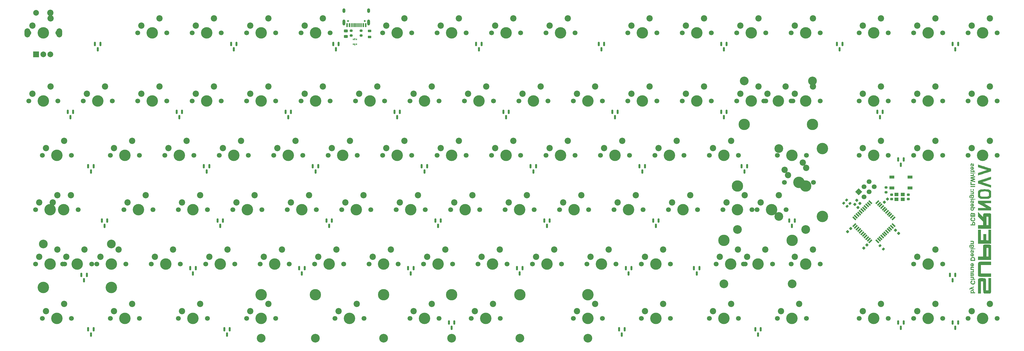
<source format=gbr>
%TF.GenerationSoftware,KiCad,Pcbnew,(6.0.4-0)*%
%TF.CreationDate,2022-05-31T11:34:18+03:00*%
%TF.ProjectId,Supernova_Solder,53757065-726e-46f7-9661-5f536f6c6465,rev?*%
%TF.SameCoordinates,Original*%
%TF.FileFunction,Soldermask,Bot*%
%TF.FilePolarity,Negative*%
%FSLAX46Y46*%
G04 Gerber Fmt 4.6, Leading zero omitted, Abs format (unit mm)*
G04 Created by KiCad (PCBNEW (6.0.4-0)) date 2022-05-31 11:34:18*
%MOMM*%
%LPD*%
G01*
G04 APERTURE LIST*
G04 Aperture macros list*
%AMRoundRect*
0 Rectangle with rounded corners*
0 $1 Rounding radius*
0 $2 $3 $4 $5 $6 $7 $8 $9 X,Y pos of 4 corners*
0 Add a 4 corners polygon primitive as box body*
4,1,4,$2,$3,$4,$5,$6,$7,$8,$9,$2,$3,0*
0 Add four circle primitives for the rounded corners*
1,1,$1+$1,$2,$3*
1,1,$1+$1,$4,$5*
1,1,$1+$1,$6,$7*
1,1,$1+$1,$8,$9*
0 Add four rect primitives between the rounded corners*
20,1,$1+$1,$2,$3,$4,$5,0*
20,1,$1+$1,$4,$5,$6,$7,0*
20,1,$1+$1,$6,$7,$8,$9,0*
20,1,$1+$1,$8,$9,$2,$3,0*%
%AMHorizOval*
0 Thick line with rounded ends*
0 $1 width*
0 $2 $3 position (X,Y) of the first rounded end (center of the circle)*
0 $4 $5 position (X,Y) of the second rounded end (center of the circle)*
0 Add line between two ends*
20,1,$1,$2,$3,$4,$5,0*
0 Add two circle primitives to create the rounded ends*
1,1,$1,$2,$3*
1,1,$1,$4,$5*%
%AMRotRect*
0 Rectangle, with rotation*
0 The origin of the aperture is its center*
0 $1 length*
0 $2 width*
0 $3 Rotation angle, in degrees counterclockwise*
0 Add horizontal line*
21,1,$1,$2,0,0,$3*%
G04 Aperture macros list end*
%ADD10C,1.700000*%
%ADD11C,4.000000*%
%ADD12C,2.200000*%
%ADD13C,3.050000*%
%ADD14C,3.987800*%
%ADD15C,3.048000*%
%ADD16R,2.000000X2.000000*%
%ADD17C,2.000000*%
%ADD18O,2.000000X3.200000*%
%ADD19RoundRect,0.150000X-0.150000X0.587500X-0.150000X-0.587500X0.150000X-0.587500X0.150000X0.587500X0*%
%ADD20R,0.375000X0.500000*%
%ADD21R,0.300000X0.650000*%
%ADD22RoundRect,0.200000X0.275000X-0.200000X0.275000X0.200000X-0.275000X0.200000X-0.275000X-0.200000X0*%
%ADD23RoundRect,0.200000X-0.335876X-0.053033X-0.053033X-0.335876X0.335876X0.053033X0.053033X0.335876X0*%
%ADD24C,0.650000*%
%ADD25R,0.600000X1.450000*%
%ADD26R,0.300000X1.450000*%
%ADD27O,1.000000X1.600000*%
%ADD28O,1.000000X2.100000*%
%ADD29RoundRect,0.200000X0.335876X0.053033X0.053033X0.335876X-0.335876X-0.053033X-0.053033X-0.335876X0*%
%ADD30R,1.400000X1.200000*%
%ADD31RoundRect,0.225000X-0.335876X-0.017678X-0.017678X-0.335876X0.335876X0.017678X0.017678X0.335876X0*%
%ADD32RoundRect,0.225000X0.250000X-0.225000X0.250000X0.225000X-0.250000X0.225000X-0.250000X-0.225000X0*%
%ADD33RotRect,1.700000X1.700000X315.000000*%
%ADD34HorizOval,1.700000X0.000000X0.000000X0.000000X0.000000X0*%
%ADD35RoundRect,0.218750X-0.381250X0.218750X-0.381250X-0.218750X0.381250X-0.218750X0.381250X0.218750X0*%
%ADD36RoundRect,0.200000X-0.275000X0.200000X-0.275000X-0.200000X0.275000X-0.200000X0.275000X0.200000X0*%
%ADD37RoundRect,0.225000X0.335876X0.017678X0.017678X0.335876X-0.335876X-0.017678X-0.017678X-0.335876X0*%
%ADD38RoundRect,0.225000X-0.017678X0.335876X-0.335876X0.017678X0.017678X-0.335876X0.335876X-0.017678X0*%
%ADD39RotRect,1.500000X0.550000X315.000000*%
%ADD40RotRect,1.500000X0.550000X225.000000*%
%ADD41RoundRect,0.225000X0.017678X-0.335876X0.335876X-0.017678X-0.017678X0.335876X-0.335876X0.017678X0*%
%ADD42RoundRect,0.225000X-0.250000X0.225000X-0.250000X-0.225000X0.250000X-0.225000X0.250000X0.225000X0*%
%ADD43RoundRect,0.243750X0.456250X-0.243750X0.456250X0.243750X-0.456250X0.243750X-0.456250X-0.243750X0*%
%ADD44R,1.700000X1.000000*%
G04 APERTURE END LIST*
%TO.C,G\u002A\u002A\u002A*%
G36*
X364895914Y-117556589D02*
G01*
X364896348Y-117422922D01*
X364899126Y-117282387D01*
X364905815Y-117180987D01*
X364917941Y-117106023D01*
X364937029Y-117044798D01*
X364964604Y-116984613D01*
X364999629Y-116924008D01*
X365126495Y-116781522D01*
X365289771Y-116677627D01*
X365479565Y-116614803D01*
X365685986Y-116595531D01*
X365899142Y-116622292D01*
X366109142Y-116697567D01*
X366143905Y-116715408D01*
X366260420Y-116793367D01*
X366348594Y-116890559D01*
X366411666Y-117015105D01*
X366452877Y-117175126D01*
X366475464Y-117378742D01*
X366482667Y-117634075D01*
X366483414Y-117992789D01*
X364895914Y-117992789D01*
X364895914Y-117626443D01*
X365194529Y-117626443D01*
X366178125Y-117626443D01*
X366176796Y-117527224D01*
X366166005Y-117371662D01*
X366123409Y-117207246D01*
X366045721Y-117088723D01*
X365929822Y-117011809D01*
X365772590Y-116972219D01*
X365754410Y-116970113D01*
X365565787Y-116970223D01*
X365408647Y-117012143D01*
X365291296Y-117093777D01*
X365261933Y-117129359D01*
X365232641Y-117188832D01*
X365215696Y-117272753D01*
X365205993Y-117399408D01*
X365194529Y-117626443D01*
X364895914Y-117626443D01*
X364895914Y-117556589D01*
G37*
G36*
X366025481Y-93325481D02*
G01*
X365659135Y-93325481D01*
X365659135Y-92959135D01*
X366025481Y-92959135D01*
X366025481Y-93325481D01*
G37*
G36*
X366042506Y-126983315D02*
G01*
X366052237Y-127043988D01*
X366056010Y-127135738D01*
X366056010Y-127303206D01*
X365689664Y-127417192D01*
X365673108Y-127422360D01*
X365536657Y-127466311D01*
X365425505Y-127504461D01*
X365350707Y-127532876D01*
X365323317Y-127547618D01*
X365323535Y-127548266D01*
X365355202Y-127565208D01*
X365432865Y-127596637D01*
X365545487Y-127638298D01*
X365682031Y-127685935D01*
X366040745Y-127807813D01*
X366049973Y-127968089D01*
X366052041Y-128045111D01*
X366043225Y-128109036D01*
X366019111Y-128128366D01*
X366018865Y-128128362D01*
X365977753Y-128117888D01*
X365889290Y-128089438D01*
X365763159Y-128046319D01*
X365609039Y-127991841D01*
X365436612Y-127929312D01*
X365272381Y-127869671D01*
X365099791Y-127810297D01*
X364972187Y-127773138D01*
X364882850Y-127758055D01*
X364825062Y-127764911D01*
X364792103Y-127793569D01*
X364777255Y-127843890D01*
X364773798Y-127915738D01*
X364773798Y-128036779D01*
X364492148Y-128036779D01*
X364504233Y-127822919D01*
X364505928Y-127795359D01*
X364519140Y-127676356D01*
X364542335Y-127598555D01*
X364580056Y-127545319D01*
X364595068Y-127535253D01*
X364661927Y-127502081D01*
X364770976Y-127453567D01*
X364912411Y-127393602D01*
X365076425Y-127326077D01*
X365253214Y-127254885D01*
X365432973Y-127183917D01*
X365605895Y-127117064D01*
X365762175Y-127058218D01*
X365892009Y-127011270D01*
X365985590Y-126980112D01*
X366033113Y-126968635D01*
X366042506Y-126983315D01*
G37*
G36*
X365420504Y-113419210D02*
G01*
X365257570Y-113386254D01*
X365114180Y-113319306D01*
X365004495Y-113218323D01*
X364967309Y-113146839D01*
X364939894Y-113021764D01*
X364939127Y-112885402D01*
X364946575Y-112848678D01*
X365170673Y-112848678D01*
X365172770Y-112877256D01*
X365212973Y-112969738D01*
X365293707Y-113039035D01*
X365401030Y-113081287D01*
X365520998Y-113092634D01*
X365639665Y-113069214D01*
X365743089Y-113007166D01*
X365771851Y-112974204D01*
X365808506Y-112879831D01*
X365802461Y-112779825D01*
X365752953Y-112698054D01*
X365663512Y-112643553D01*
X365540457Y-112614044D01*
X365412162Y-112617340D01*
X365298007Y-112652674D01*
X365217367Y-112719278D01*
X365187940Y-112775407D01*
X365170673Y-112848678D01*
X364946575Y-112848678D01*
X364964553Y-112760039D01*
X365015718Y-112667965D01*
X365018303Y-112665211D01*
X365062543Y-112614471D01*
X365065944Y-112593432D01*
X365030983Y-112589353D01*
X364921386Y-112601360D01*
X364804616Y-112647697D01*
X364723924Y-112720307D01*
X364685331Y-112810022D01*
X364694861Y-112907675D01*
X364758534Y-113004098D01*
X364798364Y-113051723D01*
X364827197Y-113124903D01*
X364834856Y-113231677D01*
X364834752Y-113253490D01*
X364829526Y-113335156D01*
X364812416Y-113373427D01*
X364777915Y-113382933D01*
X364742193Y-113376953D01*
X364657366Y-113330951D01*
X364575069Y-113252798D01*
X364514041Y-113158437D01*
X364501481Y-113124854D01*
X364479208Y-113006367D01*
X364473654Y-112864862D01*
X364483774Y-112721033D01*
X364508521Y-112595573D01*
X364546851Y-112509176D01*
X364557656Y-112494748D01*
X364607706Y-112431608D01*
X364656284Y-112383693D01*
X364712322Y-112348750D01*
X364784752Y-112324528D01*
X364882508Y-112308775D01*
X365014520Y-112299239D01*
X365189724Y-112293669D01*
X365417049Y-112289813D01*
X366056010Y-112280467D01*
X366056010Y-112434825D01*
X366055232Y-112498693D01*
X366047417Y-112559322D01*
X366024796Y-112584307D01*
X365979688Y-112589183D01*
X365931963Y-112590848D01*
X365923282Y-112605575D01*
X365962441Y-112648259D01*
X365980603Y-112668317D01*
X366042312Y-112786147D01*
X366063584Y-112928589D01*
X366043791Y-113077646D01*
X365982301Y-113215321D01*
X365884960Y-113314560D01*
X365748361Y-113383320D01*
X365588822Y-113418217D01*
X365520998Y-113418617D01*
X365420504Y-113419210D01*
G37*
G36*
X366483414Y-96531010D02*
G01*
X366208654Y-96531010D01*
X366208654Y-96195193D01*
X366483414Y-96195193D01*
X366483414Y-96531010D01*
G37*
G36*
X365529169Y-110974687D02*
G01*
X365716908Y-110989668D01*
X365856376Y-111019612D01*
X365954126Y-111067945D01*
X366016709Y-111138099D01*
X366050675Y-111233501D01*
X366062576Y-111357582D01*
X366062351Y-111385976D01*
X366047409Y-111497916D01*
X366015147Y-111600101D01*
X365972269Y-111675453D01*
X365925478Y-111706890D01*
X365921099Y-111714979D01*
X365964423Y-111731015D01*
X365973245Y-111733588D01*
X366017214Y-111757422D01*
X366039622Y-111805370D01*
X366050050Y-111895881D01*
X366059355Y-112039664D01*
X364895914Y-112039664D01*
X364895914Y-111742619D01*
X365269892Y-111726810D01*
X365305247Y-111725294D01*
X365472458Y-111716789D01*
X365590633Y-111706492D01*
X365669980Y-111691728D01*
X365720705Y-111669821D01*
X365753014Y-111638096D01*
X365777115Y-111593880D01*
X365805750Y-111513260D01*
X365801239Y-111437904D01*
X365750721Y-111368029D01*
X365735378Y-111353964D01*
X365700829Y-111333010D01*
X365650648Y-111319347D01*
X365573484Y-111311463D01*
X365457982Y-111307842D01*
X365292789Y-111306972D01*
X364895914Y-111306972D01*
X364895914Y-110971154D01*
X365324298Y-110971154D01*
X365529169Y-110974687D01*
G37*
G36*
X365926262Y-86187521D02*
G01*
X365941862Y-86188871D01*
X366009553Y-86201609D01*
X366039090Y-86235896D01*
X366050220Y-86311479D01*
X366059696Y-86425962D01*
X366391827Y-86425962D01*
X366391827Y-86761779D01*
X366225946Y-86761779D01*
X366141905Y-86763099D01*
X366085197Y-86772420D01*
X366060033Y-86797413D01*
X366050405Y-86845734D01*
X366038663Y-86896533D01*
X366003311Y-86926608D01*
X365926262Y-86939163D01*
X365905752Y-86940782D01*
X365841584Y-86940034D01*
X365816240Y-86915895D01*
X365811779Y-86855209D01*
X365811779Y-86761779D01*
X365453065Y-86761329D01*
X365317276Y-86759757D01*
X365165507Y-86751017D01*
X365058147Y-86731711D01*
X364985470Y-86698580D01*
X364937753Y-86648365D01*
X364905269Y-86577810D01*
X364875772Y-86454022D01*
X364867782Y-86328058D01*
X364883915Y-86230021D01*
X364925631Y-86194223D01*
X365021295Y-86181731D01*
X365049825Y-86181888D01*
X365111880Y-86189057D01*
X365136048Y-86218356D01*
X365140144Y-86285316D01*
X365141970Y-86329201D01*
X365155443Y-86373650D01*
X365190560Y-86401945D01*
X365257169Y-86417692D01*
X365365117Y-86424495D01*
X365524252Y-86425962D01*
X365811779Y-86425962D01*
X365811779Y-86178046D01*
X365926262Y-86187521D01*
G37*
G36*
X366470596Y-88337503D02*
G01*
X366479846Y-88401547D01*
X366483414Y-88496276D01*
X366483414Y-88673801D01*
X365978944Y-88791662D01*
X365845420Y-88823830D01*
X365701038Y-88861203D01*
X365588959Y-88893250D01*
X365518284Y-88917336D01*
X365498115Y-88930827D01*
X365515868Y-88938660D01*
X365585423Y-88960416D01*
X365696965Y-88991453D01*
X365839967Y-89028880D01*
X366003900Y-89069804D01*
X366486045Y-89187477D01*
X366477097Y-89355956D01*
X366468149Y-89524434D01*
X365986163Y-89650353D01*
X365874394Y-89679833D01*
X365725292Y-89720130D01*
X365604765Y-89753882D01*
X365523003Y-89778215D01*
X365490196Y-89790254D01*
X365498446Y-89799084D01*
X365550641Y-89818166D01*
X365636364Y-89840323D01*
X365703508Y-89855597D01*
X365831472Y-89885027D01*
X365983699Y-89920280D01*
X366139964Y-89956681D01*
X366483414Y-90036953D01*
X366483414Y-90219393D01*
X366483412Y-90225156D01*
X366481760Y-90323417D01*
X366473340Y-90374095D01*
X366452784Y-90390074D01*
X366414724Y-90384237D01*
X366386997Y-90377028D01*
X366303245Y-90355078D01*
X366175753Y-90321576D01*
X366013536Y-90278893D01*
X365825605Y-90229398D01*
X365620974Y-90175463D01*
X364895914Y-89984286D01*
X364895914Y-89613547D01*
X365384225Y-89494148D01*
X365504146Y-89464026D01*
X365647481Y-89425565D01*
X365759014Y-89392662D01*
X365829524Y-89368082D01*
X365849790Y-89354588D01*
X365835297Y-89348049D01*
X365769529Y-89327272D01*
X365661286Y-89296964D01*
X365521256Y-89260071D01*
X365360124Y-89219541D01*
X364893204Y-89104654D01*
X364902191Y-88918549D01*
X364911178Y-88732443D01*
X365674399Y-88526513D01*
X365859868Y-88476627D01*
X366049472Y-88425984D01*
X366212402Y-88382845D01*
X366340595Y-88349331D01*
X366425988Y-88327565D01*
X366460517Y-88319667D01*
X366470596Y-88337503D01*
G37*
G36*
X365201202Y-91065108D02*
G01*
X365834676Y-91073359D01*
X366468149Y-91081611D01*
X366486461Y-91432693D01*
X364895914Y-91432693D01*
X364895914Y-90303125D01*
X365201202Y-90303125D01*
X365201202Y-91065108D01*
G37*
G36*
X372100721Y-97782008D02*
G01*
X370858377Y-97789983D01*
X369616033Y-97797957D01*
X372085457Y-99265669D01*
X372102163Y-100316587D01*
X367490866Y-100316587D01*
X367490866Y-99431843D01*
X368945715Y-99423914D01*
X370400565Y-99415986D01*
X368946690Y-98606972D01*
X367492815Y-97797957D01*
X367491840Y-97332392D01*
X367490866Y-96866827D01*
X372100721Y-96866827D01*
X372100721Y-97782008D01*
G37*
G36*
X369177584Y-84765888D02*
G01*
X369334379Y-84815104D01*
X369667573Y-84919619D01*
X369998178Y-85023233D01*
X370318242Y-85123459D01*
X370619814Y-85217810D01*
X370894943Y-85303800D01*
X371135678Y-85378940D01*
X371334067Y-85440745D01*
X371482160Y-85486727D01*
X372100017Y-85678005D01*
X372100721Y-86573871D01*
X372001503Y-86605473D01*
X371942240Y-86624319D01*
X371778711Y-86676135D01*
X371577097Y-86739820D01*
X371342752Y-86813698D01*
X371081026Y-86896091D01*
X370797271Y-86985323D01*
X370496839Y-87079717D01*
X370185081Y-87177595D01*
X369867348Y-87277280D01*
X369548994Y-87377096D01*
X369235368Y-87475365D01*
X368931823Y-87570410D01*
X368643710Y-87660554D01*
X368376382Y-87744120D01*
X368135189Y-87819431D01*
X367925483Y-87884810D01*
X367752615Y-87938580D01*
X367621939Y-87979063D01*
X367538804Y-88004583D01*
X367508563Y-88013462D01*
X367505955Y-88008686D01*
X367500008Y-87958542D01*
X367495220Y-87862454D01*
X367492027Y-87731215D01*
X367490866Y-87575616D01*
X367490866Y-87137771D01*
X369076305Y-86637383D01*
X369252759Y-86581513D01*
X369538855Y-86490134D01*
X369802742Y-86404865D01*
X370039265Y-86327428D01*
X370243270Y-86259545D01*
X370409602Y-86202939D01*
X370533105Y-86159330D01*
X370608625Y-86130442D01*
X370631006Y-86117997D01*
X370622012Y-86114346D01*
X370562544Y-86094039D01*
X370452810Y-86058163D01*
X370298296Y-86008465D01*
X370104490Y-85946691D01*
X369876879Y-85874586D01*
X369620950Y-85793895D01*
X369342191Y-85706366D01*
X369046089Y-85613743D01*
X367491911Y-85128486D01*
X367491388Y-84682407D01*
X367490866Y-84236327D01*
X369177584Y-84765888D01*
G37*
G36*
X366483414Y-113932452D02*
G01*
X366208654Y-113932452D01*
X366208654Y-113596635D01*
X366483414Y-113596635D01*
X366483414Y-113932452D01*
G37*
G36*
X365468330Y-87043498D02*
G01*
X366040745Y-87051803D01*
X366049973Y-87212080D01*
X366059201Y-87372356D01*
X364895914Y-87372356D01*
X364895914Y-87035192D01*
X365468330Y-87043498D01*
G37*
G36*
X365623094Y-86069698D02*
G01*
X365452477Y-86087151D01*
X365283453Y-86064340D01*
X365128275Y-86002791D01*
X364999200Y-85904032D01*
X364908481Y-85769592D01*
X364881594Y-85677094D01*
X364868237Y-85533428D01*
X364877210Y-85385358D01*
X364908512Y-85261962D01*
X364939557Y-85200471D01*
X365044015Y-85075459D01*
X365178305Y-84993895D01*
X365262260Y-84962089D01*
X365262260Y-85101452D01*
X365260952Y-85147538D01*
X365243151Y-85235149D01*
X365199279Y-85291813D01*
X365197988Y-85292877D01*
X365148498Y-85364903D01*
X365119248Y-85469927D01*
X365113410Y-85548342D01*
X365129988Y-85613397D01*
X365180842Y-85675685D01*
X365188525Y-85683092D01*
X365259143Y-85733640D01*
X365321930Y-85754327D01*
X365325190Y-85754307D01*
X365349254Y-85750418D01*
X365365725Y-85733143D01*
X365376037Y-85692949D01*
X365381626Y-85620300D01*
X365383532Y-85525361D01*
X365598077Y-85525361D01*
X365600105Y-85621233D01*
X365612143Y-85714526D01*
X365638059Y-85753545D01*
X365681322Y-85742018D01*
X365745400Y-85683670D01*
X365757517Y-85669504D01*
X365798946Y-85580402D01*
X365803851Y-85481584D01*
X365776676Y-85390005D01*
X365721868Y-85322623D01*
X365643870Y-85296395D01*
X365626291Y-85301641D01*
X365609145Y-85333695D01*
X365600476Y-85404588D01*
X365598077Y-85525361D01*
X365383532Y-85525361D01*
X365383927Y-85505663D01*
X365384375Y-85339505D01*
X365384375Y-84924682D01*
X365514123Y-84945666D01*
X365533984Y-84949028D01*
X365734165Y-85005067D01*
X365885184Y-85094951D01*
X365990179Y-85221252D01*
X366052287Y-85386539D01*
X366063189Y-85474153D01*
X366050289Y-85630617D01*
X366004040Y-85779893D01*
X365930410Y-85896984D01*
X365920084Y-85907887D01*
X365783048Y-86010452D01*
X365638059Y-86064155D01*
X365623094Y-86069698D01*
G37*
G36*
X365476295Y-123550828D02*
G01*
X365675079Y-123562510D01*
X365824234Y-123587719D01*
X365930428Y-123629506D01*
X366000329Y-123690923D01*
X366040605Y-123775022D01*
X366057923Y-123884856D01*
X366061905Y-123976656D01*
X366055032Y-124073323D01*
X366028481Y-124146636D01*
X365976974Y-124218331D01*
X365897938Y-124312260D01*
X366483414Y-124312260D01*
X366483414Y-124617549D01*
X364895914Y-124617549D01*
X364895914Y-124320503D01*
X365269892Y-124304694D01*
X365305247Y-124303179D01*
X365472458Y-124294674D01*
X365590633Y-124284377D01*
X365669980Y-124269612D01*
X365720705Y-124247705D01*
X365753014Y-124215981D01*
X365777115Y-124171764D01*
X365805750Y-124091145D01*
X365801239Y-124015789D01*
X365750721Y-123945914D01*
X365735378Y-123931849D01*
X365700829Y-123910895D01*
X365650648Y-123897232D01*
X365573484Y-123889347D01*
X365457982Y-123885727D01*
X365292789Y-123884856D01*
X364895914Y-123884856D01*
X364895914Y-123549039D01*
X365324298Y-123549039D01*
X365476295Y-123550828D01*
G37*
G36*
X365623094Y-119926189D02*
G01*
X365452477Y-119943642D01*
X365283453Y-119920830D01*
X365128275Y-119859281D01*
X364999200Y-119760523D01*
X364908481Y-119626082D01*
X364881594Y-119533584D01*
X364868237Y-119389918D01*
X364877210Y-119241849D01*
X364908512Y-119118452D01*
X364939557Y-119056961D01*
X365044015Y-118931950D01*
X365178305Y-118850386D01*
X365262260Y-118818579D01*
X365262260Y-118957942D01*
X365260952Y-119004028D01*
X365243151Y-119091639D01*
X365199279Y-119148304D01*
X365197988Y-119149367D01*
X365148498Y-119221393D01*
X365119248Y-119326417D01*
X365113410Y-119404832D01*
X365129988Y-119469888D01*
X365180842Y-119532175D01*
X365188525Y-119539582D01*
X365259143Y-119590130D01*
X365321930Y-119610818D01*
X365325190Y-119610798D01*
X365349254Y-119606909D01*
X365365725Y-119589634D01*
X365376037Y-119549439D01*
X365381626Y-119476790D01*
X365383532Y-119381851D01*
X365598077Y-119381851D01*
X365600105Y-119477723D01*
X365612143Y-119571016D01*
X365638059Y-119610036D01*
X365681322Y-119598508D01*
X365745400Y-119540160D01*
X365757517Y-119525995D01*
X365798946Y-119436893D01*
X365803851Y-119338074D01*
X365776676Y-119246496D01*
X365721868Y-119179114D01*
X365643870Y-119152885D01*
X365626291Y-119158131D01*
X365609145Y-119190185D01*
X365600476Y-119261078D01*
X365598077Y-119381851D01*
X365383532Y-119381851D01*
X365383927Y-119362154D01*
X365384375Y-119195995D01*
X365384375Y-118781172D01*
X365514123Y-118802156D01*
X365533984Y-118805519D01*
X365734165Y-118861557D01*
X365885184Y-118951442D01*
X365990179Y-119077742D01*
X366052287Y-119243029D01*
X366063189Y-119330643D01*
X366050289Y-119487108D01*
X366004040Y-119636383D01*
X365930410Y-119753474D01*
X365920084Y-119764377D01*
X365783048Y-119866943D01*
X365638059Y-119920646D01*
X365623094Y-119926189D01*
G37*
G36*
X365623094Y-99013929D02*
G01*
X365452477Y-99031382D01*
X365283453Y-99008570D01*
X365128275Y-98947021D01*
X364999200Y-98848263D01*
X364908481Y-98713823D01*
X364881594Y-98621325D01*
X364868237Y-98477659D01*
X364877210Y-98329589D01*
X364908512Y-98206193D01*
X364939557Y-98144702D01*
X365044015Y-98019690D01*
X365178305Y-97938126D01*
X365262260Y-97906319D01*
X365262260Y-98045682D01*
X365260952Y-98091769D01*
X365243151Y-98179380D01*
X365199279Y-98236044D01*
X365197988Y-98237108D01*
X365148498Y-98309134D01*
X365119248Y-98414158D01*
X365113410Y-98492572D01*
X365129988Y-98557628D01*
X365180842Y-98619915D01*
X365188525Y-98627322D01*
X365259143Y-98677871D01*
X365321930Y-98698558D01*
X365325190Y-98698538D01*
X365349254Y-98694649D01*
X365365725Y-98677374D01*
X365376037Y-98637180D01*
X365381626Y-98564531D01*
X365383532Y-98469592D01*
X365598077Y-98469592D01*
X365600105Y-98565464D01*
X365612143Y-98658757D01*
X365638059Y-98697776D01*
X365681322Y-98686249D01*
X365745400Y-98627901D01*
X365757517Y-98613735D01*
X365798946Y-98524633D01*
X365803851Y-98425815D01*
X365776676Y-98334236D01*
X365721868Y-98266854D01*
X365643870Y-98240625D01*
X365626291Y-98245872D01*
X365609145Y-98277925D01*
X365600476Y-98348818D01*
X365598077Y-98469592D01*
X365383532Y-98469592D01*
X365383927Y-98449894D01*
X365384375Y-98283735D01*
X365384375Y-97868913D01*
X365514123Y-97889897D01*
X365533984Y-97893259D01*
X365734165Y-97949297D01*
X365885184Y-98039182D01*
X365990179Y-98165483D01*
X366052287Y-98330770D01*
X366063189Y-98418384D01*
X366050289Y-98574848D01*
X366004040Y-98724123D01*
X365930410Y-98841215D01*
X365920084Y-98852117D01*
X365783048Y-98954683D01*
X365638059Y-99008386D01*
X365623094Y-99013929D01*
G37*
G36*
X365529169Y-93573245D02*
G01*
X365716908Y-93588226D01*
X365856376Y-93618169D01*
X365954126Y-93666503D01*
X366016709Y-93736657D01*
X366050675Y-93832059D01*
X366062576Y-93956140D01*
X366062351Y-93984533D01*
X366047409Y-94096473D01*
X366015147Y-94198659D01*
X365972269Y-94274010D01*
X365925478Y-94305447D01*
X365921099Y-94313537D01*
X365964423Y-94329573D01*
X365973245Y-94332146D01*
X366017214Y-94355979D01*
X366039622Y-94403927D01*
X366050050Y-94494438D01*
X366059355Y-94638222D01*
X364895914Y-94638222D01*
X364895914Y-94341176D01*
X365269892Y-94325367D01*
X365305247Y-94323852D01*
X365472458Y-94315347D01*
X365590633Y-94305050D01*
X365669980Y-94290285D01*
X365720705Y-94268378D01*
X365753014Y-94236654D01*
X365777115Y-94192437D01*
X365805750Y-94111818D01*
X365801239Y-94036462D01*
X365750721Y-93966587D01*
X365735378Y-93952522D01*
X365700829Y-93931568D01*
X365650648Y-93917905D01*
X365573484Y-93910020D01*
X365457982Y-93906400D01*
X365292789Y-93905529D01*
X364895914Y-93905529D01*
X364895914Y-93569712D01*
X365324298Y-93569712D01*
X365529169Y-93573245D01*
G37*
G36*
X366483414Y-87372356D02*
G01*
X366208654Y-87372356D01*
X366208654Y-87036539D01*
X366483414Y-87036539D01*
X366483414Y-87372356D01*
G37*
G36*
X372100721Y-119458174D02*
G01*
X368498317Y-119458174D01*
X368498317Y-122388943D01*
X372100721Y-122388943D01*
X372100721Y-123549039D01*
X370051933Y-123549039D01*
X369635437Y-123549028D01*
X369275240Y-123548726D01*
X368966827Y-123547748D01*
X368705684Y-123545709D01*
X368487295Y-123542225D01*
X368307145Y-123536911D01*
X368160719Y-123529381D01*
X368043501Y-123519250D01*
X367950977Y-123506135D01*
X367878631Y-123489648D01*
X367821947Y-123469407D01*
X367776411Y-123445025D01*
X367737508Y-123416118D01*
X367700722Y-123382301D01*
X367661538Y-123343189D01*
X367626858Y-123305409D01*
X367561643Y-123216440D01*
X367523546Y-123138842D01*
X367520878Y-123119718D01*
X367516343Y-123041284D01*
X367512017Y-122910028D01*
X367507973Y-122731184D01*
X367504281Y-122509987D01*
X367501013Y-122251671D01*
X367498241Y-121961470D01*
X367496037Y-121644617D01*
X367494473Y-121306347D01*
X367493619Y-120951893D01*
X367493444Y-120821303D01*
X367492943Y-120411933D01*
X367492868Y-120057887D01*
X367493571Y-119754723D01*
X367495407Y-119498002D01*
X367498730Y-119283286D01*
X367503895Y-119106135D01*
X367511256Y-118962109D01*
X367521168Y-118846769D01*
X367533984Y-118755676D01*
X367550059Y-118684390D01*
X367569747Y-118628473D01*
X367593402Y-118583484D01*
X367621380Y-118544985D01*
X367654033Y-118508536D01*
X367691717Y-118469697D01*
X367723712Y-118437066D01*
X367760180Y-118403109D01*
X367799231Y-118374019D01*
X367845364Y-118349420D01*
X367903075Y-118328935D01*
X367976865Y-118312189D01*
X368071229Y-118298804D01*
X368190667Y-118288403D01*
X368339676Y-118280611D01*
X368522755Y-118275051D01*
X368744402Y-118271346D01*
X369009114Y-118269120D01*
X369321389Y-118267996D01*
X369685726Y-118267598D01*
X370106623Y-118267549D01*
X372100721Y-118267549D01*
X372100721Y-119458174D01*
G37*
G36*
X368002224Y-107039827D02*
G01*
X368513582Y-107048198D01*
X368521452Y-108887561D01*
X368529323Y-110726924D01*
X369322596Y-110726924D01*
X369322596Y-108559375D01*
X370329277Y-108559375D01*
X370337295Y-109650782D01*
X370345313Y-110742188D01*
X370749820Y-110750706D01*
X371154327Y-110759225D01*
X371154327Y-107032933D01*
X372100721Y-107032933D01*
X372100721Y-111948077D01*
X367490866Y-111948077D01*
X367490866Y-107031457D01*
X368002224Y-107039827D01*
G37*
G36*
X372093956Y-126471416D02*
G01*
X372085457Y-128937380D01*
X371993870Y-129120553D01*
X371973327Y-129159528D01*
X371886763Y-129288378D01*
X371796825Y-129373579D01*
X371770220Y-129390688D01*
X371740209Y-129406297D01*
X371703662Y-129418346D01*
X371653762Y-129427211D01*
X371583695Y-129433269D01*
X371486646Y-129436896D01*
X371355801Y-129438470D01*
X371184345Y-129438367D01*
X370965463Y-129436963D01*
X370692341Y-129434636D01*
X370553362Y-129433386D01*
X370306425Y-129430841D01*
X370110602Y-129427997D01*
X369959181Y-129424406D01*
X369845449Y-129419616D01*
X369762693Y-129413180D01*
X369704200Y-129404648D01*
X369663258Y-129393569D01*
X369633154Y-129379496D01*
X369607174Y-129361977D01*
X369529712Y-129291817D01*
X369423334Y-129149500D01*
X369346909Y-128986765D01*
X369346792Y-128986415D01*
X369338220Y-128942255D01*
X369330662Y-128862372D01*
X369324039Y-128743600D01*
X369318276Y-128582772D01*
X369313296Y-128376722D01*
X369309022Y-128122282D01*
X369305377Y-127816287D01*
X369302285Y-127455568D01*
X369299669Y-127036960D01*
X369289812Y-125197597D01*
X368467789Y-125197597D01*
X368467789Y-129441106D01*
X367490866Y-129441106D01*
X367491036Y-127006431D01*
X367491354Y-126573763D01*
X367492498Y-126104225D01*
X367494466Y-125692214D01*
X367497252Y-125338235D01*
X367500850Y-125042791D01*
X367505253Y-124806386D01*
X367510455Y-124629523D01*
X367516449Y-124512706D01*
X367523230Y-124456438D01*
X367548933Y-124388920D01*
X367628886Y-124261971D01*
X367734879Y-124151300D01*
X367848122Y-124078746D01*
X367848334Y-124078658D01*
X367911646Y-124065413D01*
X368025627Y-124054476D01*
X368180967Y-124045833D01*
X368368361Y-124039468D01*
X368578501Y-124035366D01*
X368802079Y-124033511D01*
X369029789Y-124033890D01*
X369252321Y-124036486D01*
X369460371Y-124041285D01*
X369644628Y-124048270D01*
X369795788Y-124057427D01*
X369904541Y-124068742D01*
X369961582Y-124082197D01*
X370071566Y-124163120D01*
X370173216Y-124288010D01*
X370237118Y-124427691D01*
X370237120Y-124427698D01*
X370244253Y-124485061D01*
X370250543Y-124601457D01*
X370255961Y-124774864D01*
X370260472Y-125003263D01*
X370264046Y-125284634D01*
X370266650Y-125616958D01*
X370268252Y-125998214D01*
X370268820Y-126426383D01*
X370268991Y-128311539D01*
X371092857Y-128311539D01*
X371100695Y-126166888D01*
X371108534Y-124022236D01*
X371605494Y-124013843D01*
X372102455Y-124005451D01*
X372093956Y-126471416D01*
G37*
G36*
X365158890Y-123364096D02*
G01*
X365044917Y-123333389D01*
X365039354Y-123330159D01*
X364981126Y-123278043D01*
X364924923Y-123203641D01*
X364889325Y-123118667D01*
X364867309Y-122978906D01*
X364873888Y-122850173D01*
X365079753Y-122850173D01*
X365095951Y-122938702D01*
X365142170Y-123004362D01*
X365214245Y-123030049D01*
X365290676Y-123010347D01*
X365343386Y-122944729D01*
X365374835Y-122826703D01*
X365377140Y-122812645D01*
X365398186Y-122720155D01*
X365422626Y-122651584D01*
X365430676Y-122634911D01*
X365433241Y-122608972D01*
X365400288Y-122602768D01*
X365319472Y-122611500D01*
X365212986Y-122639625D01*
X365132824Y-122695690D01*
X365097742Y-122755874D01*
X365079753Y-122850173D01*
X364873888Y-122850173D01*
X364874714Y-122834002D01*
X364912260Y-122711916D01*
X364939240Y-122640853D01*
X364927336Y-122591327D01*
X364916661Y-122571448D01*
X364901738Y-122500895D01*
X364895854Y-122405734D01*
X364895795Y-122251563D01*
X365361419Y-122266913D01*
X365510661Y-122272573D01*
X365677132Y-122282924D01*
X365798321Y-122298616D01*
X365883491Y-122322567D01*
X365941903Y-122357699D01*
X365982817Y-122406933D01*
X366015495Y-122473189D01*
X366036159Y-122537164D01*
X366058230Y-122683034D01*
X366059812Y-122844174D01*
X366041365Y-122996163D01*
X366003354Y-123114580D01*
X365975894Y-123157612D01*
X365906114Y-123230576D01*
X365823977Y-123289460D01*
X365746403Y-123323136D01*
X365690314Y-123320475D01*
X365681315Y-123310354D01*
X365665452Y-123255436D01*
X365659184Y-123175525D01*
X365662204Y-123091990D01*
X365674208Y-123026199D01*
X365694892Y-122999520D01*
X365706407Y-122998638D01*
X365771479Y-122963276D01*
X365821854Y-122891431D01*
X365841840Y-122803983D01*
X365834734Y-122722678D01*
X365800926Y-122657813D01*
X365729684Y-122620557D01*
X365715717Y-122616901D01*
X365666986Y-122621836D01*
X365629644Y-122664836D01*
X365599290Y-122753554D01*
X365571521Y-122895648D01*
X365542465Y-123046299D01*
X365507318Y-123158603D01*
X365461196Y-123238543D01*
X365397802Y-123300799D01*
X365394190Y-123303581D01*
X365285207Y-123353246D01*
X365214245Y-123359341D01*
X365158890Y-123364096D01*
G37*
G36*
X366049973Y-120290085D02*
G01*
X366040745Y-120450361D01*
X365637202Y-120465625D01*
X365584329Y-120467730D01*
X365412518Y-120477524D01*
X365290910Y-120492493D01*
X365210855Y-120516257D01*
X365163706Y-120552439D01*
X365140816Y-120604659D01*
X365133536Y-120676539D01*
X365133291Y-120702612D01*
X365141387Y-120767025D01*
X365169163Y-120813402D01*
X365224894Y-120845165D01*
X365316853Y-120865734D01*
X365453315Y-120878529D01*
X365642553Y-120886972D01*
X366056010Y-120900994D01*
X366056010Y-121202427D01*
X365555397Y-121192740D01*
X365511736Y-121191874D01*
X365334611Y-121187474D01*
X365206576Y-121181822D01*
X365117714Y-121173682D01*
X365058111Y-121161821D01*
X365017848Y-121145003D01*
X364987010Y-121121996D01*
X364935635Y-121065916D01*
X364894245Y-120999880D01*
X364882170Y-120964674D01*
X364865145Y-120821905D01*
X364885690Y-120672616D01*
X364940787Y-120546208D01*
X364965796Y-120508927D01*
X364994541Y-120458882D01*
X364990673Y-120438786D01*
X364956051Y-120435097D01*
X364943040Y-120434513D01*
X364912938Y-120419833D01*
X364899190Y-120374122D01*
X364895914Y-120282452D01*
X364895914Y-120129808D01*
X366059201Y-120129808D01*
X366049973Y-120290085D01*
G37*
G36*
X365682031Y-91714569D02*
G01*
X366468149Y-91722717D01*
X366486461Y-92073799D01*
X364895914Y-92073799D01*
X364895914Y-91706422D01*
X365682031Y-91714569D01*
G37*
G36*
X365506491Y-124979043D02*
G01*
X365506484Y-124992570D01*
X365504315Y-125088929D01*
X365493397Y-125141935D01*
X365466684Y-125167577D01*
X365417130Y-125181843D01*
X365384989Y-125190455D01*
X365269821Y-125256213D01*
X365196434Y-125362910D01*
X365170673Y-125502931D01*
X365179464Y-125598006D01*
X365233523Y-125730071D01*
X365335656Y-125825742D01*
X365484493Y-125883938D01*
X365678664Y-125903576D01*
X365750553Y-125901336D01*
X365927872Y-125869052D01*
X366061316Y-125797270D01*
X366154078Y-125684517D01*
X366180634Y-125621062D01*
X366195554Y-125492571D01*
X366168454Y-125367654D01*
X366104441Y-125263423D01*
X366008620Y-125196990D01*
X365980623Y-125184464D01*
X365950205Y-125154501D01*
X365936858Y-125098863D01*
X365933894Y-124999915D01*
X365934794Y-124929788D01*
X365942203Y-124865257D01*
X365961990Y-124837305D01*
X365999902Y-124831250D01*
X366007529Y-124831440D01*
X366110050Y-124859772D01*
X366223690Y-124927390D01*
X366330846Y-125021602D01*
X366413912Y-125129718D01*
X366450564Y-125197075D01*
X366480855Y-125278491D01*
X366494842Y-125372369D01*
X366497970Y-125502885D01*
X366497968Y-125503628D01*
X366491641Y-125651084D01*
X366471059Y-125760502D01*
X366432076Y-125853967D01*
X366418907Y-125877757D01*
X366287802Y-126048838D01*
X366119031Y-126172516D01*
X365914747Y-126247598D01*
X365677098Y-126272890D01*
X365620612Y-126271637D01*
X365393305Y-126236762D01*
X365202139Y-126155137D01*
X365049737Y-126028238D01*
X364938720Y-125857540D01*
X364890145Y-125719186D01*
X364864259Y-125526287D01*
X364879580Y-125334741D01*
X364934428Y-125160496D01*
X365027118Y-125019501D01*
X365118242Y-124943811D01*
X365258265Y-124866964D01*
X365407272Y-124817286D01*
X365506491Y-124795870D01*
X365506491Y-124979043D01*
G37*
G36*
X365326828Y-96724998D02*
G01*
X365426934Y-96785086D01*
X365511126Y-96887884D01*
X365568114Y-97022001D01*
X365579824Y-97065133D01*
X365619000Y-97207286D01*
X365647809Y-97302333D01*
X365670819Y-97359756D01*
X365692596Y-97389035D01*
X365717708Y-97399651D01*
X365750721Y-97401082D01*
X365784808Y-97398435D01*
X365821542Y-97372262D01*
X365836505Y-97303274D01*
X365838040Y-97274708D01*
X365824630Y-97178431D01*
X365787419Y-97107905D01*
X365734383Y-97080529D01*
X365708798Y-97066877D01*
X365693962Y-97014576D01*
X365689664Y-96912621D01*
X365689792Y-96888794D01*
X365697237Y-96792950D01*
X365722958Y-96751063D01*
X365776409Y-96757482D01*
X365867042Y-96806552D01*
X365884762Y-96818154D01*
X365982153Y-96923104D01*
X366041840Y-97072955D01*
X366062116Y-97263702D01*
X366054747Y-97388897D01*
X366013530Y-97550781D01*
X365937514Y-97665723D01*
X365828322Y-97731629D01*
X365687577Y-97746409D01*
X365609757Y-97733045D01*
X365536780Y-97694135D01*
X365477747Y-97621623D01*
X365425697Y-97506489D01*
X365373668Y-97339713D01*
X365344337Y-97242832D01*
X365295699Y-97125079D01*
X365246672Y-97064677D01*
X365194951Y-97059347D01*
X365138232Y-97106808D01*
X365131826Y-97114851D01*
X365083963Y-97216519D01*
X365096968Y-97317549D01*
X365170673Y-97416347D01*
X365222175Y-97471920D01*
X365254288Y-97542323D01*
X365262260Y-97642297D01*
X365255721Y-97731536D01*
X365228545Y-97777455D01*
X365171449Y-97777040D01*
X365075172Y-97734875D01*
X365072599Y-97733517D01*
X364990975Y-97663629D01*
X364924714Y-97559334D01*
X364882763Y-97420448D01*
X364866726Y-97248438D01*
X364876496Y-97110104D01*
X364923173Y-96943573D01*
X365005369Y-96819105D01*
X365119777Y-96741156D01*
X365263092Y-96714183D01*
X365326828Y-96724998D01*
G37*
G36*
X365623094Y-116415371D02*
G01*
X365452477Y-116432824D01*
X365283453Y-116410013D01*
X365128275Y-116348464D01*
X364999200Y-116249705D01*
X364908481Y-116115265D01*
X364881594Y-116022767D01*
X364868237Y-115879101D01*
X364877210Y-115731031D01*
X364908512Y-115607635D01*
X364939557Y-115546144D01*
X365044015Y-115421133D01*
X365178305Y-115339569D01*
X365262260Y-115307762D01*
X365262260Y-115447125D01*
X365260952Y-115493211D01*
X365243151Y-115580822D01*
X365199279Y-115637486D01*
X365197988Y-115638550D01*
X365148498Y-115710576D01*
X365119248Y-115815600D01*
X365113410Y-115894015D01*
X365129988Y-115959071D01*
X365180842Y-116021358D01*
X365188525Y-116028765D01*
X365259143Y-116079313D01*
X365321930Y-116100000D01*
X365325190Y-116099981D01*
X365349254Y-116096091D01*
X365365725Y-116078817D01*
X365376037Y-116038622D01*
X365381626Y-115965973D01*
X365383532Y-115871034D01*
X365598077Y-115871034D01*
X365600105Y-115966906D01*
X365612143Y-116060199D01*
X365638059Y-116099218D01*
X365681322Y-116087691D01*
X365745400Y-116029343D01*
X365757517Y-116015177D01*
X365798946Y-115926075D01*
X365803851Y-115827257D01*
X365776676Y-115735678D01*
X365721868Y-115668297D01*
X365643870Y-115642068D01*
X365626291Y-115647314D01*
X365609145Y-115679368D01*
X365600476Y-115750261D01*
X365598077Y-115871034D01*
X365383532Y-115871034D01*
X365383927Y-115851337D01*
X365384375Y-115685178D01*
X365384375Y-115270355D01*
X365514123Y-115291339D01*
X365533984Y-115294701D01*
X365734165Y-115350740D01*
X365885184Y-115440624D01*
X365990179Y-115566925D01*
X366052287Y-115732212D01*
X366063189Y-115819826D01*
X366050289Y-115976290D01*
X366004040Y-116125566D01*
X365930410Y-116242657D01*
X365920084Y-116253560D01*
X365783048Y-116356126D01*
X365638059Y-116409828D01*
X365623094Y-116415371D01*
G37*
G36*
X364895914Y-101979193D02*
G01*
X364896241Y-101897346D01*
X364901886Y-101690768D01*
X364916574Y-101532681D01*
X364942940Y-101413865D01*
X364983622Y-101325099D01*
X365041256Y-101257165D01*
X365118479Y-101200840D01*
X365194128Y-101166999D01*
X365319943Y-101145638D01*
X365450491Y-101154153D01*
X365569893Y-101189205D01*
X365662271Y-101247458D01*
X365711748Y-101325572D01*
X365712275Y-101327525D01*
X365737572Y-101373146D01*
X365767075Y-101384685D01*
X365781250Y-101354119D01*
X365785934Y-101339081D01*
X365830226Y-101295454D01*
X365904909Y-101250842D01*
X365989776Y-101216089D01*
X366064623Y-101202038D01*
X366069394Y-101202061D01*
X366207905Y-101227649D01*
X366328400Y-101294028D01*
X366410881Y-101390324D01*
X366412472Y-101393383D01*
X366434121Y-101448445D01*
X366450290Y-101523700D01*
X366462148Y-101629364D01*
X366470866Y-101775652D01*
X366477614Y-101972777D01*
X366490709Y-102453606D01*
X364895914Y-102453606D01*
X364895914Y-102087260D01*
X365170673Y-102087260D01*
X365598077Y-102087260D01*
X365842308Y-102087260D01*
X366178125Y-102087260D01*
X366178125Y-101886816D01*
X366174462Y-101786588D01*
X366163026Y-101687864D01*
X366146522Y-101627320D01*
X366120893Y-101598096D01*
X366048093Y-101570629D01*
X365962706Y-101576311D01*
X365890282Y-101616244D01*
X365865907Y-101655765D01*
X365847877Y-101741049D01*
X365842308Y-101875739D01*
X365842308Y-102087260D01*
X365598077Y-102087260D01*
X365597907Y-101926984D01*
X365593924Y-101817669D01*
X365569957Y-101667466D01*
X365525628Y-101566805D01*
X365462433Y-101520184D01*
X365377303Y-101508440D01*
X365275737Y-101530822D01*
X365210049Y-101598799D01*
X365191894Y-101659096D01*
X365177007Y-101762823D01*
X365171123Y-101881190D01*
X365170673Y-102087260D01*
X364895914Y-102087260D01*
X364895914Y-101979193D01*
G37*
G36*
X372100223Y-88956525D02*
G01*
X372099724Y-89402525D01*
X370550884Y-89888064D01*
X370416874Y-89930103D01*
X370127978Y-90020929D01*
X369858634Y-90105877D01*
X369614374Y-90183186D01*
X369400732Y-90251094D01*
X369223240Y-90307842D01*
X369087430Y-90351666D01*
X368998835Y-90380807D01*
X368962988Y-90393504D01*
X368972211Y-90399834D01*
X369030749Y-90423084D01*
X369137335Y-90461213D01*
X369285901Y-90512256D01*
X369470381Y-90574244D01*
X369684709Y-90645212D01*
X369922816Y-90723193D01*
X370178636Y-90806221D01*
X370446102Y-90892329D01*
X370719147Y-90979551D01*
X370991704Y-91065919D01*
X371257705Y-91149469D01*
X371511085Y-91228233D01*
X371745775Y-91300244D01*
X371955709Y-91363537D01*
X372100721Y-91406757D01*
X372100721Y-91847129D01*
X372100534Y-91913839D01*
X372098661Y-92061175D01*
X372095097Y-92179737D01*
X372090240Y-92258766D01*
X372084486Y-92287500D01*
X372058394Y-92279908D01*
X371978500Y-92255430D01*
X371849597Y-92215517D01*
X371676489Y-92161673D01*
X371463981Y-92095404D01*
X371216876Y-92018215D01*
X370939978Y-91931611D01*
X370638091Y-91837098D01*
X370316020Y-91736182D01*
X369978568Y-91630366D01*
X369630539Y-91521158D01*
X369276738Y-91410061D01*
X368921968Y-91298582D01*
X368571034Y-91188225D01*
X368228739Y-91080497D01*
X367899887Y-90976901D01*
X367589283Y-90878945D01*
X367489263Y-90847381D01*
X367497697Y-90400453D01*
X367506130Y-89953525D01*
X368559375Y-89622844D01*
X368792434Y-89549668D01*
X369110414Y-89449817D01*
X369458899Y-89340379D01*
X369822829Y-89226082D01*
X370187141Y-89111657D01*
X370536776Y-89001835D01*
X370856671Y-88901345D01*
X372100721Y-88510526D01*
X372100223Y-88956525D01*
G37*
G36*
X365931760Y-121321026D02*
G01*
X366023575Y-121333370D01*
X366064674Y-121360035D01*
X366067951Y-121373928D01*
X366060248Y-121447713D01*
X366029211Y-121541135D01*
X365984120Y-121630548D01*
X365934257Y-121692308D01*
X365895012Y-121726644D01*
X365897837Y-121744152D01*
X365956007Y-121753366D01*
X365982619Y-121757232D01*
X366022082Y-121775130D01*
X366041076Y-121819691D01*
X366050050Y-121908113D01*
X366059355Y-122053125D01*
X364895914Y-122053125D01*
X364895914Y-121747837D01*
X365132512Y-121746507D01*
X365304113Y-121741613D01*
X365480549Y-121722088D01*
X365607556Y-121685000D01*
X365691007Y-121627429D01*
X365736771Y-121546458D01*
X365750721Y-121439166D01*
X365750721Y-121320433D01*
X365900099Y-121320433D01*
X365931760Y-121321026D01*
G37*
G36*
X369814788Y-96226096D02*
G01*
X369557328Y-96225512D01*
X369308026Y-96223520D01*
X369075691Y-96220118D01*
X368869131Y-96215308D01*
X368697155Y-96209088D01*
X368568571Y-96201457D01*
X368492188Y-96192415D01*
X368451644Y-96183338D01*
X368228288Y-96108682D01*
X368013966Y-95998727D01*
X367821684Y-95862437D01*
X367664447Y-95708775D01*
X367555260Y-95546703D01*
X367543070Y-95521104D01*
X367526722Y-95479435D01*
X367514206Y-95430896D01*
X367505023Y-95367747D01*
X367498671Y-95282245D01*
X367494649Y-95166650D01*
X367492457Y-95013222D01*
X367491595Y-94814219D01*
X367491565Y-94599090D01*
X368254087Y-94599090D01*
X368254119Y-94659303D01*
X368255123Y-94819361D01*
X368258693Y-94933514D01*
X368266388Y-95013349D01*
X368279762Y-95070456D01*
X368300372Y-95116421D01*
X368329772Y-95162833D01*
X368336272Y-95172040D01*
X368437495Y-95272082D01*
X368581635Y-95360725D01*
X368757813Y-95447236D01*
X369713728Y-95456485D01*
X370009287Y-95458787D01*
X370257204Y-95458748D01*
X370457966Y-95455278D01*
X370618587Y-95447349D01*
X370746081Y-95433933D01*
X370847459Y-95414002D01*
X370929737Y-95386527D01*
X370999925Y-95350480D01*
X371065038Y-95304834D01*
X371132088Y-95248560D01*
X371199002Y-95182124D01*
X371261668Y-95091957D01*
X371303667Y-94983855D01*
X371327632Y-94847248D01*
X371336196Y-94671568D01*
X371331992Y-94446246D01*
X371330899Y-94418250D01*
X371323505Y-94269805D01*
X371313408Y-94165560D01*
X371297716Y-94090931D01*
X371273535Y-94031332D01*
X371237973Y-93972178D01*
X371165699Y-93888041D01*
X371018030Y-93784652D01*
X370826635Y-93705944D01*
X370600257Y-93656248D01*
X370578835Y-93653618D01*
X370462055Y-93645116D01*
X370297823Y-93639190D01*
X370096888Y-93636031D01*
X369869993Y-93635833D01*
X369627885Y-93638789D01*
X369502271Y-93641299D01*
X369279098Y-93647042D01*
X369105054Y-93653904D01*
X368972055Y-93662482D01*
X368872016Y-93673372D01*
X368796851Y-93687172D01*
X368738475Y-93704480D01*
X368622663Y-93760025D01*
X368489519Y-93851238D01*
X368375048Y-93956481D01*
X368299079Y-94059722D01*
X368289102Y-94082979D01*
X368272667Y-94151786D01*
X368261848Y-94254793D01*
X368255903Y-94400920D01*
X368254087Y-94599090D01*
X367491565Y-94599090D01*
X367491560Y-94561900D01*
X367491689Y-94445493D01*
X367492443Y-94216159D01*
X367494232Y-94036695D01*
X367497550Y-93899291D01*
X367502895Y-93796132D01*
X367510759Y-93719408D01*
X367521638Y-93661304D01*
X367536027Y-93614010D01*
X367554422Y-93569712D01*
X367571879Y-93534481D01*
X367683181Y-93379031D01*
X367840691Y-93231498D01*
X368032331Y-93100430D01*
X368246024Y-92994374D01*
X368469695Y-92921880D01*
X368533621Y-92912397D01*
X368658115Y-92902792D01*
X368827350Y-92894903D01*
X369032511Y-92888732D01*
X369264784Y-92884280D01*
X369515354Y-92881547D01*
X369775407Y-92880534D01*
X370036128Y-92881242D01*
X370288703Y-92883671D01*
X370524317Y-92887822D01*
X370734155Y-92893696D01*
X370909404Y-92901293D01*
X371041248Y-92910615D01*
X371120874Y-92921661D01*
X371299397Y-92974874D01*
X371533055Y-93080504D01*
X371738567Y-93215820D01*
X371905104Y-93373324D01*
X372021838Y-93545517D01*
X372100721Y-93703816D01*
X372100051Y-94560261D01*
X372099755Y-94747094D01*
X372098051Y-94984964D01*
X372093434Y-95174699D01*
X372084327Y-95324089D01*
X372069152Y-95440923D01*
X372046331Y-95532991D01*
X372014287Y-95608081D01*
X371971442Y-95673982D01*
X371916217Y-95738486D01*
X371847036Y-95809379D01*
X371799380Y-95852718D01*
X371649657Y-95959231D01*
X371469065Y-96058501D01*
X371278635Y-96139758D01*
X371099399Y-96192232D01*
X371037607Y-96200069D01*
X370916172Y-96207920D01*
X370750046Y-96214366D01*
X370548036Y-96219408D01*
X370318950Y-96223044D01*
X370071598Y-96225273D01*
X370009287Y-96225473D01*
X369814788Y-96226096D01*
G37*
G36*
X367490866Y-116435818D02*
G01*
X369289908Y-116435818D01*
X370421635Y-116435818D01*
X371123798Y-116435818D01*
X371123798Y-114972614D01*
X371123765Y-114813984D01*
X371123390Y-114498759D01*
X371122466Y-114237191D01*
X371120832Y-114024156D01*
X371118324Y-113854530D01*
X371114780Y-113723189D01*
X371110037Y-113625010D01*
X371103933Y-113554868D01*
X371096305Y-113507642D01*
X371086989Y-113478205D01*
X371075824Y-113461436D01*
X371017643Y-113434006D01*
X370917324Y-113416888D01*
X370795053Y-113411012D01*
X370670126Y-113416393D01*
X370561839Y-113433046D01*
X370489485Y-113460986D01*
X370421635Y-113508511D01*
X370421635Y-116435818D01*
X369289908Y-116435818D01*
X369298620Y-114504868D01*
X369307332Y-112573919D01*
X369380676Y-112455933D01*
X369390257Y-112440651D01*
X369424319Y-112391090D01*
X369461444Y-112351142D01*
X369508077Y-112319773D01*
X369570661Y-112295948D01*
X369655640Y-112278634D01*
X369769458Y-112266797D01*
X369918558Y-112259402D01*
X370109384Y-112255417D01*
X370348380Y-112253806D01*
X370641988Y-112253536D01*
X370856665Y-112254097D01*
X371135887Y-112256771D01*
X371368278Y-112261549D01*
X371550286Y-112268321D01*
X371678361Y-112276980D01*
X371748951Y-112287417D01*
X371788027Y-112301596D01*
X371891185Y-112359652D01*
X371985550Y-112436300D01*
X372100721Y-112551471D01*
X372100721Y-117656972D01*
X367490866Y-117656972D01*
X367490866Y-116435818D01*
G37*
G36*
X365420504Y-96017768D02*
G01*
X365257570Y-95984812D01*
X365114180Y-95917864D01*
X365004495Y-95816881D01*
X364967309Y-95745397D01*
X364939894Y-95620322D01*
X364939127Y-95483959D01*
X364946575Y-95447236D01*
X365170673Y-95447236D01*
X365172770Y-95475813D01*
X365212973Y-95568295D01*
X365293707Y-95637593D01*
X365401030Y-95679845D01*
X365520998Y-95691192D01*
X365639665Y-95667771D01*
X365743089Y-95605724D01*
X365771851Y-95572762D01*
X365808506Y-95478388D01*
X365802461Y-95378383D01*
X365752953Y-95296612D01*
X365663512Y-95242110D01*
X365540457Y-95212601D01*
X365412162Y-95215898D01*
X365298007Y-95251232D01*
X365217367Y-95317836D01*
X365187940Y-95373965D01*
X365170673Y-95447236D01*
X364946575Y-95447236D01*
X364964553Y-95358597D01*
X365015718Y-95266523D01*
X365018303Y-95263768D01*
X365062543Y-95213028D01*
X365065944Y-95191990D01*
X365030983Y-95187911D01*
X364921386Y-95199918D01*
X364804616Y-95246255D01*
X364723924Y-95318865D01*
X364685331Y-95408580D01*
X364694861Y-95506233D01*
X364758534Y-95602656D01*
X364798364Y-95650281D01*
X364827197Y-95723461D01*
X364834856Y-95830234D01*
X364834752Y-95852048D01*
X364829526Y-95933713D01*
X364812416Y-95971985D01*
X364777915Y-95981491D01*
X364742193Y-95975511D01*
X364657366Y-95929509D01*
X364575069Y-95851355D01*
X364514041Y-95756995D01*
X364501481Y-95723412D01*
X364479208Y-95604925D01*
X364473654Y-95463420D01*
X364483774Y-95319590D01*
X364508521Y-95194130D01*
X364546851Y-95107734D01*
X364557656Y-95093306D01*
X364607706Y-95030166D01*
X364656284Y-94982250D01*
X364712322Y-94947307D01*
X364784752Y-94923085D01*
X364882508Y-94907333D01*
X365014520Y-94897797D01*
X365189724Y-94892227D01*
X365417049Y-94888371D01*
X366056010Y-94879025D01*
X366056010Y-95033383D01*
X366055232Y-95097251D01*
X366047417Y-95157880D01*
X366024796Y-95182865D01*
X365979688Y-95187741D01*
X365931963Y-95189406D01*
X365923282Y-95204132D01*
X365962441Y-95246816D01*
X365980603Y-95266874D01*
X366042312Y-95384705D01*
X366063584Y-95527147D01*
X366043791Y-95676204D01*
X365982301Y-95813879D01*
X365884960Y-95913118D01*
X365748361Y-95981877D01*
X365588822Y-96016775D01*
X365520998Y-96017175D01*
X365420504Y-96017768D01*
G37*
G36*
X365466555Y-100368821D02*
G01*
X365293526Y-100350448D01*
X365135446Y-100297575D01*
X365005364Y-100212265D01*
X364916327Y-100096576D01*
X364896425Y-100048462D01*
X364868548Y-99901142D01*
X364872994Y-99834565D01*
X365117550Y-99834565D01*
X365165713Y-99923913D01*
X365254827Y-99991910D01*
X365376954Y-100031097D01*
X365524162Y-100034012D01*
X365579935Y-100024686D01*
X365701790Y-99975260D01*
X365779380Y-99899752D01*
X365812966Y-99809572D01*
X365802812Y-99716128D01*
X365749182Y-99630831D01*
X365652337Y-99565091D01*
X365512542Y-99530317D01*
X365474133Y-99527966D01*
X365332260Y-99543521D01*
X365216101Y-99594110D01*
X365141049Y-99673790D01*
X365118271Y-99731329D01*
X365117550Y-99834565D01*
X364872994Y-99834565D01*
X364878621Y-99750310D01*
X364926108Y-99622056D01*
X364956628Y-99568108D01*
X364965453Y-99532065D01*
X364941258Y-99522837D01*
X364914594Y-99508501D01*
X364900077Y-99456125D01*
X364895914Y-99354413D01*
X364895914Y-99185989D01*
X365682031Y-99194137D01*
X366468149Y-99202284D01*
X366477377Y-99362561D01*
X366486605Y-99522837D01*
X365935954Y-99522837D01*
X366000772Y-99632695D01*
X366032193Y-99697848D01*
X366063149Y-99849632D01*
X366046140Y-100002948D01*
X365984342Y-100141474D01*
X365880930Y-100248885D01*
X365805266Y-100293831D01*
X365641484Y-100350636D01*
X365524162Y-100362832D01*
X365466555Y-100368821D01*
G37*
G36*
X365468330Y-96202151D02*
G01*
X366040745Y-96210457D01*
X366049973Y-96370734D01*
X366059201Y-96531010D01*
X364895914Y-96531010D01*
X364895914Y-96193846D01*
X365468330Y-96202151D01*
G37*
G36*
X365506491Y-102845630D02*
G01*
X365506484Y-102859157D01*
X365504315Y-102955516D01*
X365493397Y-103008522D01*
X365466684Y-103034164D01*
X365417130Y-103048430D01*
X365384989Y-103057042D01*
X365269821Y-103122800D01*
X365196434Y-103229497D01*
X365170673Y-103369518D01*
X365179464Y-103464592D01*
X365233523Y-103596658D01*
X365335656Y-103692329D01*
X365484493Y-103750524D01*
X365678664Y-103770163D01*
X365750553Y-103767922D01*
X365927872Y-103735639D01*
X366061316Y-103663856D01*
X366154078Y-103551103D01*
X366180634Y-103487648D01*
X366195554Y-103359157D01*
X366168454Y-103234241D01*
X366104441Y-103130010D01*
X366008620Y-103063576D01*
X365980623Y-103051051D01*
X365950205Y-103021087D01*
X365936858Y-102965449D01*
X365933894Y-102866501D01*
X365934794Y-102796374D01*
X365942203Y-102731844D01*
X365961990Y-102703892D01*
X365999902Y-102697837D01*
X366007529Y-102698027D01*
X366110050Y-102726358D01*
X366223690Y-102793976D01*
X366330846Y-102888189D01*
X366413912Y-102996305D01*
X366450564Y-103063662D01*
X366480855Y-103145078D01*
X366494842Y-103238955D01*
X366497970Y-103369472D01*
X366497968Y-103370215D01*
X366491641Y-103517671D01*
X366471059Y-103627089D01*
X366432076Y-103720553D01*
X366418907Y-103744344D01*
X366287802Y-103915425D01*
X366119031Y-104039103D01*
X365914747Y-104114185D01*
X365677098Y-104139477D01*
X365620612Y-104138223D01*
X365393305Y-104103348D01*
X365202139Y-104021724D01*
X365049737Y-103894825D01*
X364938720Y-103724126D01*
X364890145Y-103585773D01*
X364864259Y-103392873D01*
X364879580Y-103201327D01*
X364934428Y-103027083D01*
X365027118Y-102886088D01*
X365118242Y-102810397D01*
X365258265Y-102733551D01*
X365407272Y-102683873D01*
X365506491Y-102662457D01*
X365506491Y-102845630D01*
G37*
G36*
X367490866Y-105475962D02*
G01*
X369292067Y-105475962D01*
X370421635Y-105475962D01*
X371123798Y-105475962D01*
X371123798Y-104012758D01*
X371123765Y-103854128D01*
X371123390Y-103538903D01*
X371122466Y-103277335D01*
X371120832Y-103064300D01*
X371118324Y-102894674D01*
X371114780Y-102763333D01*
X371110037Y-102665154D01*
X371103933Y-102595013D01*
X371096305Y-102547786D01*
X371086989Y-102518350D01*
X371075824Y-102501580D01*
X371017643Y-102474151D01*
X370917324Y-102457032D01*
X370795053Y-102451156D01*
X370670126Y-102456537D01*
X370561839Y-102473191D01*
X370489485Y-102501131D01*
X370421635Y-102548655D01*
X370421635Y-105475962D01*
X369292067Y-105475962D01*
X369292067Y-104276727D01*
X368391467Y-103365377D01*
X367490866Y-102454026D01*
X367491152Y-100789784D01*
X368389272Y-101690385D01*
X369287391Y-102590986D01*
X369297362Y-102102525D01*
X369298857Y-102031914D01*
X369303433Y-101864788D01*
X369309587Y-101743683D01*
X369318854Y-101657428D01*
X369332768Y-101594856D01*
X369352864Y-101544795D01*
X369380676Y-101496077D01*
X369390257Y-101480796D01*
X369424319Y-101431235D01*
X369461444Y-101391286D01*
X369508077Y-101359917D01*
X369570661Y-101336092D01*
X369655640Y-101318778D01*
X369769458Y-101306941D01*
X369918558Y-101299547D01*
X370109384Y-101295561D01*
X370348380Y-101293950D01*
X370641988Y-101293680D01*
X370856665Y-101294241D01*
X371135887Y-101296915D01*
X371368278Y-101301693D01*
X371550286Y-101308466D01*
X371678361Y-101317125D01*
X371748951Y-101327562D01*
X371788027Y-101341741D01*
X371891185Y-101399796D01*
X371985550Y-101476444D01*
X372100721Y-101591615D01*
X372100721Y-106697116D01*
X367490866Y-106697116D01*
X367490866Y-105475962D01*
G37*
G36*
X365231731Y-93325481D02*
G01*
X364895914Y-93325481D01*
X364895914Y-92959135D01*
X365231731Y-92959135D01*
X365231731Y-93325481D01*
G37*
G36*
X365931760Y-87495065D02*
G01*
X366023575Y-87507409D01*
X366064674Y-87534074D01*
X366067951Y-87547966D01*
X366060248Y-87621752D01*
X366029211Y-87715174D01*
X365984120Y-87804587D01*
X365934257Y-87866347D01*
X365895012Y-87900682D01*
X365897837Y-87918190D01*
X365956007Y-87927404D01*
X365982619Y-87931271D01*
X366022082Y-87949168D01*
X366041076Y-87993730D01*
X366050050Y-88082152D01*
X366059355Y-88227164D01*
X364895914Y-88227164D01*
X364895914Y-87921875D01*
X365132512Y-87920546D01*
X365304113Y-87915652D01*
X365480549Y-87896126D01*
X365607556Y-87859038D01*
X365691007Y-87801467D01*
X365736771Y-87720496D01*
X365750721Y-87613205D01*
X365750721Y-87494472D01*
X365900099Y-87494472D01*
X365931760Y-87495065D01*
G37*
G36*
X364895914Y-105170674D02*
G01*
X365445433Y-105170674D01*
X365750721Y-105170674D01*
X366178125Y-105170674D01*
X366178125Y-104975618D01*
X366174672Y-104874228D01*
X366157218Y-104777177D01*
X366121825Y-104711035D01*
X366096683Y-104686090D01*
X366006174Y-104646057D01*
X365903456Y-104649380D01*
X365812173Y-104697120D01*
X365793809Y-104716096D01*
X365767229Y-104765612D01*
X365754187Y-104841792D01*
X365750721Y-104961703D01*
X365750721Y-105170674D01*
X365445433Y-105170674D01*
X365445433Y-104932912D01*
X365447180Y-104862936D01*
X365479832Y-104651480D01*
X365553772Y-104484989D01*
X365669006Y-104363446D01*
X365752794Y-104324090D01*
X365883223Y-104299646D01*
X366026674Y-104298328D01*
X366159946Y-104320081D01*
X366259841Y-104364850D01*
X366280971Y-104380995D01*
X366350253Y-104443909D01*
X366400686Y-104514482D01*
X366435503Y-104603381D01*
X366457936Y-104721275D01*
X366471218Y-104878832D01*
X366478581Y-105086719D01*
X366489014Y-105537020D01*
X364895914Y-105537020D01*
X364895914Y-105170674D01*
G37*
G36*
X365326828Y-114126440D02*
G01*
X365426934Y-114186528D01*
X365511126Y-114289327D01*
X365568114Y-114423444D01*
X365579824Y-114466576D01*
X365619000Y-114608728D01*
X365647809Y-114703776D01*
X365670819Y-114761199D01*
X365692596Y-114790478D01*
X365717708Y-114801093D01*
X365750721Y-114802525D01*
X365784808Y-114799877D01*
X365821542Y-114773705D01*
X365836505Y-114704716D01*
X365838040Y-114676150D01*
X365824630Y-114579874D01*
X365787419Y-114509347D01*
X365734383Y-114481972D01*
X365708798Y-114468319D01*
X365693962Y-114416018D01*
X365689664Y-114314063D01*
X365689792Y-114290237D01*
X365697237Y-114194393D01*
X365722958Y-114152506D01*
X365776409Y-114158924D01*
X365867042Y-114207995D01*
X365884762Y-114219596D01*
X365982153Y-114324546D01*
X366041840Y-114474397D01*
X366062116Y-114665145D01*
X366054747Y-114790339D01*
X366013530Y-114952224D01*
X365937514Y-115067165D01*
X365828322Y-115133072D01*
X365687577Y-115147851D01*
X365609757Y-115134487D01*
X365536780Y-115095577D01*
X365477747Y-115023065D01*
X365425697Y-114907931D01*
X365373668Y-114741155D01*
X365344337Y-114644274D01*
X365295699Y-114526521D01*
X365246672Y-114466120D01*
X365194951Y-114460789D01*
X365138232Y-114508250D01*
X365131826Y-114516293D01*
X365083963Y-114617962D01*
X365096968Y-114718991D01*
X365170673Y-114817789D01*
X365222175Y-114873362D01*
X365254288Y-114943766D01*
X365262260Y-115043739D01*
X365255721Y-115132978D01*
X365228545Y-115178897D01*
X365171449Y-115178483D01*
X365075172Y-115136317D01*
X365072599Y-115134959D01*
X364990975Y-115065072D01*
X364924714Y-114960776D01*
X364882763Y-114821890D01*
X364866726Y-114649880D01*
X364876496Y-114511546D01*
X364923173Y-114345015D01*
X365005369Y-114220547D01*
X365119777Y-114142598D01*
X365263092Y-114115625D01*
X365326828Y-114126440D01*
G37*
G36*
X365326828Y-83780767D02*
G01*
X365426934Y-83840855D01*
X365511126Y-83943654D01*
X365568114Y-84077770D01*
X365579824Y-84120903D01*
X365619000Y-84263055D01*
X365647809Y-84358102D01*
X365670819Y-84415526D01*
X365692596Y-84444805D01*
X365717708Y-84455420D01*
X365750721Y-84456851D01*
X365784808Y-84454204D01*
X365821542Y-84428032D01*
X365836505Y-84359043D01*
X365838040Y-84330477D01*
X365824630Y-84234201D01*
X365787419Y-84163674D01*
X365734383Y-84136299D01*
X365708798Y-84122646D01*
X365693962Y-84070345D01*
X365689664Y-83968390D01*
X365689792Y-83944564D01*
X365697237Y-83848719D01*
X365722958Y-83806833D01*
X365776409Y-83813251D01*
X365867042Y-83862322D01*
X365884762Y-83873923D01*
X365982153Y-83978873D01*
X366041840Y-84128724D01*
X366062116Y-84319472D01*
X366054747Y-84444666D01*
X366013530Y-84606551D01*
X365937514Y-84721492D01*
X365828322Y-84787399D01*
X365687577Y-84802178D01*
X365609757Y-84788814D01*
X365536780Y-84749904D01*
X365477747Y-84677392D01*
X365425697Y-84562258D01*
X365373668Y-84395482D01*
X365344337Y-84298601D01*
X365295699Y-84180848D01*
X365246672Y-84120447D01*
X365194951Y-84115116D01*
X365138232Y-84162577D01*
X365131826Y-84170620D01*
X365083963Y-84272289D01*
X365096968Y-84373318D01*
X365170673Y-84472116D01*
X365222175Y-84527689D01*
X365254288Y-84598093D01*
X365262260Y-84698066D01*
X365255721Y-84787305D01*
X365228545Y-84833224D01*
X365171449Y-84832810D01*
X365075172Y-84790644D01*
X365072599Y-84789286D01*
X364990975Y-84719399D01*
X364924714Y-84615103D01*
X364882763Y-84476217D01*
X364866726Y-84304207D01*
X364876496Y-84165873D01*
X364923173Y-83999342D01*
X365005369Y-83874874D01*
X365119777Y-83796925D01*
X365263092Y-83769952D01*
X365326828Y-83780767D01*
G37*
G36*
X364895914Y-129166347D02*
G01*
X364898719Y-129088280D01*
X364912657Y-129030506D01*
X364941258Y-129013702D01*
X364962748Y-129008511D01*
X364961675Y-128979735D01*
X364926108Y-128914484D01*
X364909664Y-128883818D01*
X364871385Y-128744515D01*
X364871452Y-128738169D01*
X365112220Y-128738169D01*
X365127566Y-128828743D01*
X365183326Y-128905927D01*
X365269901Y-128964809D01*
X365377692Y-129000479D01*
X365497098Y-129008024D01*
X365618520Y-128982534D01*
X365732360Y-128919098D01*
X365777162Y-128871683D01*
X365813217Y-128775638D01*
X365799470Y-128676007D01*
X365735723Y-128591962D01*
X365734311Y-128590859D01*
X365622424Y-128533560D01*
X365490160Y-128509316D01*
X365356061Y-128517085D01*
X365238669Y-128555825D01*
X365156527Y-128624496D01*
X365146888Y-128639115D01*
X365112220Y-128738169D01*
X364871452Y-128738169D01*
X364873020Y-128589868D01*
X364915151Y-128444859D01*
X364919411Y-128436361D01*
X364993793Y-128341893D01*
X365104950Y-128257920D01*
X365250366Y-128197162D01*
X365424701Y-128170810D01*
X365601570Y-128183552D01*
X365766815Y-128232695D01*
X365906280Y-128315543D01*
X366005808Y-128429402D01*
X366023071Y-128463086D01*
X366059923Y-128608869D01*
X366051692Y-128764954D01*
X365998733Y-128907299D01*
X365935954Y-129013702D01*
X366483414Y-129013702D01*
X366483414Y-129318991D01*
X364895914Y-129318991D01*
X364895914Y-129166347D01*
G37*
G36*
X365468330Y-113603594D02*
G01*
X366040745Y-113611900D01*
X366059201Y-113932452D01*
X364895914Y-113932452D01*
X364895914Y-113595288D01*
X365468330Y-113603594D01*
G37*
%TD*%
D10*
%TO.C,K10*%
X244951250Y-38100000D03*
X255111250Y-38100000D03*
D11*
X250031250Y-38100000D03*
D12*
X252571250Y-33020000D03*
X246221250Y-35560000D03*
%TD*%
D10*
%TO.C,K63*%
X288448750Y-100012500D03*
X278288750Y-100012500D03*
D11*
X283368750Y-100012500D03*
D12*
X285908750Y-94932500D03*
X279558750Y-97472500D03*
%TD*%
D10*
%TO.C,K49*%
X355123750Y-80962500D03*
X344963750Y-80962500D03*
D11*
X350043750Y-80962500D03*
D12*
X352583750Y-75882500D03*
X346233750Y-78422500D03*
%TD*%
D10*
%TO.C,K61*%
X250348750Y-100012500D03*
D11*
X245268750Y-100012500D03*
D10*
X240188750Y-100012500D03*
D12*
X247808750Y-94932500D03*
X241458750Y-97472500D03*
%TD*%
D10*
%TO.C,K24*%
X178911250Y-61912500D03*
D11*
X173831250Y-61912500D03*
D10*
X168751250Y-61912500D03*
D12*
X176371250Y-56832500D03*
X170021250Y-59372500D03*
%TD*%
D10*
%TO.C,K63a1*%
X300355000Y-100012500D03*
D11*
X295275000Y-100012500D03*
D10*
X290195000Y-100012500D03*
D12*
X297815000Y-94932500D03*
X291465000Y-97472500D03*
%TD*%
D11*
%TO.C,K80*%
X45243750Y-138112500D03*
D10*
X50323750Y-138112500D03*
X40163750Y-138112500D03*
D12*
X47783750Y-133032500D03*
X41433750Y-135572500D03*
%TD*%
D11*
%TO.C,REF\u002A\u002A*%
X230981250Y-129872500D03*
D13*
X230981250Y-145112500D03*
D11*
X116681250Y-129872500D03*
D13*
X116681250Y-145112500D03*
%TD*%
D10*
%TO.C,K47*%
X307498750Y-80962500D03*
X297338750Y-80962500D03*
D11*
X302418750Y-80962500D03*
D12*
X299878750Y-86042500D03*
X306228750Y-83502500D03*
%TD*%
D10*
%TO.C,K57*%
X174148750Y-100012500D03*
D11*
X169068750Y-100012500D03*
D10*
X163988750Y-100012500D03*
D12*
X171608750Y-94932500D03*
X165258750Y-97472500D03*
%TD*%
D10*
%TO.C,K43*%
X216376250Y-80962500D03*
D11*
X221456250Y-80962500D03*
D10*
X226536250Y-80962500D03*
D12*
X223996250Y-75882500D03*
X217646250Y-78422500D03*
%TD*%
D10*
%TO.C,K52*%
X78898750Y-100012500D03*
X68738750Y-100012500D03*
D11*
X73818750Y-100012500D03*
D12*
X76358750Y-94932500D03*
X70008750Y-97472500D03*
%TD*%
D11*
%TO.C,K90*%
X330993750Y-138112500D03*
D10*
X325913750Y-138112500D03*
X336073750Y-138112500D03*
D12*
X333533750Y-133032500D03*
X327183750Y-135572500D03*
%TD*%
D10*
%TO.C,K85*%
X200342500Y-138112500D03*
D11*
X195262500Y-138112500D03*
D10*
X190182500Y-138112500D03*
D12*
X197802500Y-133032500D03*
X191452500Y-135572500D03*
%TD*%
D10*
%TO.C,K46*%
X273526250Y-80962500D03*
X283686250Y-80962500D03*
D11*
X278606250Y-80962500D03*
D12*
X281146250Y-75882500D03*
X274796250Y-78422500D03*
%TD*%
D14*
%TO.C,>NAME*%
X283337000Y-91757500D03*
D15*
X307213000Y-106997500D03*
D14*
X307213000Y-91757500D03*
D15*
X283337000Y-106997500D03*
%TD*%
D11*
%TO.C,K84a1*%
X173831250Y-138112500D03*
D10*
X168751250Y-138112500D03*
X178911250Y-138112500D03*
D12*
X176371250Y-133032500D03*
X170021250Y-135572500D03*
%TD*%
D10*
%TO.C,K54*%
X116998750Y-100012500D03*
D11*
X111918750Y-100012500D03*
D10*
X106838750Y-100012500D03*
D12*
X114458750Y-94932500D03*
X108108750Y-97472500D03*
%TD*%
D10*
%TO.C,K30a1*%
X292576250Y-61912500D03*
D11*
X297656250Y-61912500D03*
D10*
X302736250Y-61912500D03*
D12*
X300196250Y-56832500D03*
X293846250Y-59372500D03*
%TD*%
D11*
%TO.C,K20*%
X97631250Y-61912500D03*
D10*
X92551250Y-61912500D03*
X102711250Y-61912500D03*
D12*
X100171250Y-56832500D03*
X93821250Y-59372500D03*
%TD*%
D10*
%TO.C,K15*%
X344963750Y-38100000D03*
X355123750Y-38100000D03*
D11*
X350043750Y-38100000D03*
D12*
X352583750Y-33020000D03*
X346233750Y-35560000D03*
%TD*%
D10*
%TO.C,K40*%
X159226250Y-80962500D03*
X169386250Y-80962500D03*
D11*
X164306250Y-80962500D03*
D12*
X166846250Y-75882500D03*
X160496250Y-78422500D03*
%TD*%
D11*
%TO.C,K11*%
X269081250Y-38100000D03*
D10*
X264001250Y-38100000D03*
X274161250Y-38100000D03*
D12*
X271621250Y-33020000D03*
X265271250Y-35560000D03*
%TD*%
D11*
%TO.C,K69*%
X121443750Y-119062500D03*
D10*
X126523750Y-119062500D03*
X116363750Y-119062500D03*
D12*
X123983750Y-113982500D03*
X117633750Y-116522500D03*
%TD*%
D10*
%TO.C,K81*%
X63976250Y-138112500D03*
D11*
X69056250Y-138112500D03*
D10*
X74136250Y-138112500D03*
D12*
X71596250Y-133032500D03*
X65246250Y-135572500D03*
%TD*%
D11*
%TO.C,K1*%
X40481250Y-38100000D03*
D10*
X35401250Y-38100000D03*
X45561250Y-38100000D03*
D12*
X43021250Y-33020000D03*
X36671250Y-35560000D03*
%TD*%
D11*
%TO.C,K83*%
X116681250Y-138112500D03*
D10*
X121761250Y-138112500D03*
X111601250Y-138112500D03*
D12*
X119221250Y-133032500D03*
X112871250Y-135572500D03*
%TD*%
D11*
%TO.C,K86*%
X230981250Y-138112500D03*
D10*
X236061250Y-138112500D03*
X225901250Y-138112500D03*
D12*
X233521250Y-133032500D03*
X227171250Y-135572500D03*
%TD*%
D11*
%TO.C,K48*%
X330993750Y-80962500D03*
D10*
X325913750Y-80962500D03*
X336073750Y-80962500D03*
D12*
X333533750Y-75882500D03*
X327183750Y-78422500D03*
%TD*%
D10*
%TO.C,K30*%
X293211250Y-61912500D03*
D11*
X288131250Y-61912500D03*
D10*
X283051250Y-61912500D03*
D12*
X290671250Y-56832500D03*
X284321250Y-59372500D03*
%TD*%
D15*
%TO.C,>NAME*%
X302450500Y-126047500D03*
X278574500Y-126047500D03*
D14*
X302450500Y-110807500D03*
X278574500Y-110807500D03*
%TD*%
D10*
%TO.C,K3*%
X102711250Y-38100000D03*
D11*
X97631250Y-38100000D03*
D10*
X92551250Y-38100000D03*
D12*
X100171250Y-33020000D03*
X93821250Y-35560000D03*
%TD*%
D10*
%TO.C,K44*%
X245586250Y-80962500D03*
D11*
X240506250Y-80962500D03*
D10*
X235426250Y-80962500D03*
D12*
X243046250Y-75882500D03*
X236696250Y-78422500D03*
%TD*%
D11*
%TO.C,K91*%
X350043750Y-138112500D03*
D10*
X355123750Y-138112500D03*
X344963750Y-138112500D03*
D12*
X352583750Y-133032500D03*
X346233750Y-135572500D03*
%TD*%
D10*
%TO.C,K88*%
X273526250Y-138112500D03*
D11*
X278606250Y-138112500D03*
D10*
X283686250Y-138112500D03*
D12*
X281146250Y-133032500D03*
X274796250Y-135572500D03*
%TD*%
D11*
%TO.C,K41*%
X183356250Y-80962500D03*
D10*
X178276250Y-80962500D03*
X188436250Y-80962500D03*
D12*
X185896250Y-75882500D03*
X179546250Y-78422500D03*
%TD*%
D10*
%TO.C,K77a1*%
X285432500Y-119062500D03*
D11*
X290512500Y-119062500D03*
D10*
X295592500Y-119062500D03*
D12*
X293052500Y-113982500D03*
X286702500Y-116522500D03*
%TD*%
D11*
%TO.C,K64*%
X369093750Y-61912500D03*
D10*
X374173750Y-61912500D03*
X364013750Y-61912500D03*
D12*
X371633750Y-56832500D03*
X365283750Y-59372500D03*
%TD*%
D11*
%TO.C,K89*%
X302418750Y-138112500D03*
D10*
X297338750Y-138112500D03*
X307498750Y-138112500D03*
D12*
X304958750Y-133032500D03*
X298608750Y-135572500D03*
%TD*%
D10*
%TO.C,K36*%
X83026250Y-80962500D03*
X93186250Y-80962500D03*
D11*
X88106250Y-80962500D03*
D12*
X90646250Y-75882500D03*
X84296250Y-78422500D03*
%TD*%
D10*
%TO.C,K18*%
X54451250Y-61912500D03*
D11*
X59531250Y-61912500D03*
D10*
X64611250Y-61912500D03*
D12*
X62071250Y-56832500D03*
X55721250Y-59372500D03*
%TD*%
D10*
%TO.C,K74*%
X221773750Y-119062500D03*
X211613750Y-119062500D03*
D11*
X216693750Y-119062500D03*
D12*
X219233750Y-113982500D03*
X212883750Y-116522500D03*
%TD*%
D11*
%TO.C,K82*%
X92868750Y-138112500D03*
D10*
X87788750Y-138112500D03*
X97948750Y-138112500D03*
D12*
X95408750Y-133032500D03*
X89058750Y-135572500D03*
%TD*%
D10*
%TO.C,K67*%
X88423750Y-119062500D03*
D11*
X83343750Y-119062500D03*
D10*
X78263750Y-119062500D03*
D12*
X85883750Y-113982500D03*
X79533750Y-116522500D03*
%TD*%
D10*
%TO.C,K19*%
X83661250Y-61912500D03*
X73501250Y-61912500D03*
D11*
X78581250Y-61912500D03*
D12*
X81121250Y-56832500D03*
X74771250Y-59372500D03*
%TD*%
D10*
%TO.C,K33*%
X344963750Y-61912500D03*
X355123750Y-61912500D03*
D11*
X350043750Y-61912500D03*
D12*
X352583750Y-56832500D03*
X346233750Y-59372500D03*
%TD*%
D11*
%TO.C,K8*%
X202406250Y-38100000D03*
D10*
X197326250Y-38100000D03*
X207486250Y-38100000D03*
D12*
X204946250Y-33020000D03*
X198596250Y-35560000D03*
%TD*%
D10*
%TO.C,K37*%
X112236250Y-80962500D03*
D11*
X107156250Y-80962500D03*
D10*
X102076250Y-80962500D03*
D12*
X109696250Y-75882500D03*
X103346250Y-78422500D03*
%TD*%
D10*
%TO.C,K79*%
X344963750Y-119062500D03*
D11*
X350043750Y-119062500D03*
D10*
X355123750Y-119062500D03*
D12*
X352583750Y-113982500D03*
X346233750Y-116522500D03*
%TD*%
D10*
%TO.C,K31*%
X312261250Y-61912500D03*
X302101250Y-61912500D03*
D11*
X307181250Y-61912500D03*
D12*
X309721250Y-56832500D03*
X303371250Y-59372500D03*
%TD*%
D10*
%TO.C,K17*%
X35401250Y-61912500D03*
D11*
X40481250Y-61912500D03*
D10*
X45561250Y-61912500D03*
D12*
X43021250Y-56832500D03*
X36671250Y-59372500D03*
%TD*%
D11*
%TO.C,K4*%
X116681250Y-38100000D03*
D10*
X121761250Y-38100000D03*
X111601250Y-38100000D03*
D12*
X119221250Y-33020000D03*
X112871250Y-35560000D03*
%TD*%
D10*
%TO.C,K92*%
X364013750Y-138112500D03*
D11*
X369093750Y-138112500D03*
D10*
X374173750Y-138112500D03*
D12*
X371633750Y-133032500D03*
X365283750Y-135572500D03*
%TD*%
D10*
%TO.C,K38*%
X131286250Y-80962500D03*
D11*
X126206250Y-80962500D03*
D10*
X121126250Y-80962500D03*
D12*
X128746250Y-75882500D03*
X122396250Y-78422500D03*
%TD*%
D16*
%TO.C,RE1*%
X37981250Y-45575000D03*
D17*
X42981250Y-45575000D03*
X40481250Y-45575000D03*
D18*
X34881250Y-38075000D03*
X46081250Y-38075000D03*
D12*
X42981250Y-31075000D03*
D17*
X37981250Y-31075000D03*
%TD*%
D11*
%TO.C,K73*%
X197643750Y-119062500D03*
D10*
X202723750Y-119062500D03*
X192563750Y-119062500D03*
D12*
X200183750Y-113982500D03*
X193833750Y-116522500D03*
%TD*%
D10*
%TO.C,K68*%
X107473750Y-119062500D03*
X97313750Y-119062500D03*
D11*
X102393750Y-119062500D03*
D12*
X104933750Y-113982500D03*
X98583750Y-116522500D03*
%TD*%
D10*
%TO.C,K23*%
X149701250Y-61912500D03*
D11*
X154781250Y-61912500D03*
D10*
X159861250Y-61912500D03*
D12*
X157321250Y-56832500D03*
X150971250Y-59372500D03*
%TD*%
D10*
%TO.C,K53*%
X97948750Y-100012500D03*
D11*
X92868750Y-100012500D03*
D10*
X87788750Y-100012500D03*
D12*
X95408750Y-94932500D03*
X89058750Y-97472500D03*
%TD*%
D11*
%TO.C,K26*%
X211931250Y-61912500D03*
D10*
X206851250Y-61912500D03*
X217011250Y-61912500D03*
D12*
X214471250Y-56832500D03*
X208121250Y-59372500D03*
%TD*%
D15*
%TO.C,ST72*%
X285718250Y-54927500D03*
D14*
X309594250Y-70167500D03*
D15*
X309594250Y-54927500D03*
D14*
X285718250Y-70167500D03*
%TD*%
D10*
%TO.C,K50*%
X364013750Y-80962500D03*
X374173750Y-80962500D03*
D11*
X369093750Y-80962500D03*
D12*
X371633750Y-75882500D03*
X365283750Y-78422500D03*
%TD*%
D10*
%TO.C,K59*%
X202088750Y-100012500D03*
D11*
X207168750Y-100012500D03*
D10*
X212248750Y-100012500D03*
D12*
X209708750Y-94932500D03*
X203358750Y-97472500D03*
%TD*%
D11*
%TO.C,K55*%
X130968750Y-100012500D03*
D10*
X125888750Y-100012500D03*
X136048750Y-100012500D03*
D12*
X133508750Y-94932500D03*
X127158750Y-97472500D03*
%TD*%
D11*
%TO.C,K66*%
X64293750Y-119062500D03*
D10*
X59213750Y-119062500D03*
X69373750Y-119062500D03*
D12*
X66833750Y-113982500D03*
X60483750Y-116522500D03*
%TD*%
D10*
%TO.C,K72*%
X183673750Y-119062500D03*
D11*
X178593750Y-119062500D03*
D10*
X173513750Y-119062500D03*
D12*
X181133750Y-113982500D03*
X174783750Y-116522500D03*
%TD*%
D10*
%TO.C,K25*%
X197961250Y-61912500D03*
X187801250Y-61912500D03*
D11*
X192881250Y-61912500D03*
D12*
X195421250Y-56832500D03*
X189071250Y-59372500D03*
%TD*%
D10*
%TO.C,K45*%
X264636250Y-80962500D03*
X254476250Y-80962500D03*
D11*
X259556250Y-80962500D03*
D12*
X262096250Y-75882500D03*
X255746250Y-78422500D03*
%TD*%
D11*
%TO.C,K13*%
X307181250Y-38100000D03*
D10*
X312261250Y-38100000D03*
X302101250Y-38100000D03*
D12*
X309721250Y-33020000D03*
X303371250Y-35560000D03*
%TD*%
D14*
%TO.C,ST1*%
X135699500Y-129857500D03*
D15*
X159575500Y-145097500D03*
X135699500Y-145097500D03*
D14*
X159575500Y-129857500D03*
%TD*%
D11*
%TO.C,K22*%
X135731250Y-61912500D03*
D10*
X140811250Y-61912500D03*
X130651250Y-61912500D03*
D12*
X138271250Y-56832500D03*
X131921250Y-59372500D03*
%TD*%
D10*
%TO.C,K78*%
X312261250Y-119062500D03*
D11*
X307181250Y-119062500D03*
D10*
X302101250Y-119062500D03*
D12*
X309721250Y-113982500D03*
X303371250Y-116522500D03*
%TD*%
D10*
%TO.C,K7*%
X178276250Y-38100000D03*
D11*
X183356250Y-38100000D03*
D10*
X188436250Y-38100000D03*
D12*
X185896250Y-33020000D03*
X179546250Y-35560000D03*
%TD*%
D10*
%TO.C,K32*%
X336073750Y-61912500D03*
X325913750Y-61912500D03*
D11*
X330993750Y-61912500D03*
D12*
X333533750Y-56832500D03*
X327183750Y-59372500D03*
%TD*%
D10*
%TO.C,K27*%
X236061250Y-61912500D03*
D11*
X230981250Y-61912500D03*
D10*
X225901250Y-61912500D03*
D12*
X233521250Y-56832500D03*
X227171250Y-59372500D03*
%TD*%
D10*
%TO.C,K12*%
X283051250Y-38100000D03*
X293211250Y-38100000D03*
D11*
X288131250Y-38100000D03*
D12*
X290671250Y-33020000D03*
X284321250Y-35560000D03*
%TD*%
D10*
%TO.C,K47a1*%
X299720000Y-90493750D03*
D11*
X304800000Y-90493750D03*
D10*
X309880000Y-90493750D03*
D12*
X307340000Y-85413750D03*
X300990000Y-87953750D03*
%TD*%
D10*
%TO.C,K66a1*%
X57467500Y-119062500D03*
X47307500Y-119062500D03*
D13*
X64287500Y-112062500D03*
D11*
X40487500Y-127302500D03*
X52387500Y-119062500D03*
X64287500Y-127302500D03*
D13*
X40487500Y-112062500D03*
D12*
X54927500Y-113982500D03*
X48577500Y-116522500D03*
%TD*%
D10*
%TO.C,K58*%
X193198750Y-100012500D03*
X183038750Y-100012500D03*
D11*
X188118750Y-100012500D03*
D12*
X190658750Y-94932500D03*
X184308750Y-97472500D03*
%TD*%
D10*
%TO.C,K29*%
X274161250Y-61912500D03*
X264001250Y-61912500D03*
D11*
X269081250Y-61912500D03*
D12*
X271621250Y-56832500D03*
X265271250Y-59372500D03*
%TD*%
D10*
%TO.C,K87*%
X259873750Y-138112500D03*
X249713750Y-138112500D03*
D11*
X254793750Y-138112500D03*
D12*
X257333750Y-133032500D03*
X250983750Y-135572500D03*
%TD*%
D14*
%TO.C,ST2*%
X183324500Y-129857500D03*
X207200500Y-129857500D03*
D15*
X207200500Y-145097500D03*
X183324500Y-145097500D03*
%TD*%
D10*
%TO.C,K35*%
X63976250Y-80962500D03*
X74136250Y-80962500D03*
D11*
X69056250Y-80962500D03*
D12*
X71596250Y-75882500D03*
X65246250Y-78422500D03*
%TD*%
D10*
%TO.C,K71*%
X154463750Y-119062500D03*
D11*
X159543750Y-119062500D03*
D10*
X164623750Y-119062500D03*
D12*
X162083750Y-113982500D03*
X155733750Y-116522500D03*
%TD*%
D10*
%TO.C,K70*%
X135413750Y-119062500D03*
X145573750Y-119062500D03*
D11*
X140493750Y-119062500D03*
D12*
X143033750Y-113982500D03*
X136683750Y-116522500D03*
%TD*%
D10*
%TO.C,K77*%
X286067500Y-119062500D03*
X275907500Y-119062500D03*
D11*
X280987500Y-119062500D03*
D12*
X283527500Y-113982500D03*
X277177500Y-116522500D03*
%TD*%
D10*
%TO.C,K65*%
X47942500Y-119062500D03*
D11*
X42862500Y-119062500D03*
D10*
X37782500Y-119062500D03*
D12*
X45402500Y-113982500D03*
X39052500Y-116522500D03*
%TD*%
D11*
%TO.C,K39*%
X145256250Y-80962500D03*
D10*
X140176250Y-80962500D03*
X150336250Y-80962500D03*
D12*
X147796250Y-75882500D03*
X141446250Y-78422500D03*
%TD*%
D10*
%TO.C,K6*%
X169386250Y-38100000D03*
X159226250Y-38100000D03*
D11*
X164306250Y-38100000D03*
D12*
X166846250Y-33020000D03*
X160496250Y-35560000D03*
%TD*%
D10*
%TO.C,K16*%
X374173750Y-38100000D03*
D11*
X369093750Y-38100000D03*
D10*
X364013750Y-38100000D03*
D12*
X371633750Y-33020000D03*
X365283750Y-35560000D03*
%TD*%
D10*
%TO.C,K62*%
X259238750Y-100012500D03*
D11*
X264318750Y-100012500D03*
D10*
X269398750Y-100012500D03*
D12*
X266858750Y-94932500D03*
X260508750Y-97472500D03*
%TD*%
D10*
%TO.C,K21*%
X111601250Y-61912500D03*
D11*
X116681250Y-61912500D03*
D10*
X121761250Y-61912500D03*
D12*
X119221250Y-56832500D03*
X112871250Y-59372500D03*
%TD*%
D11*
%TO.C,K28*%
X250031250Y-61912500D03*
D10*
X244951250Y-61912500D03*
X255111250Y-61912500D03*
D12*
X252571250Y-56832500D03*
X246221250Y-59372500D03*
%TD*%
D10*
%TO.C,K60*%
X221138750Y-100012500D03*
D11*
X226218750Y-100012500D03*
D10*
X231298750Y-100012500D03*
D12*
X228758750Y-94932500D03*
X222408750Y-97472500D03*
%TD*%
D10*
%TO.C,K84*%
X142557500Y-138112500D03*
D11*
X147637500Y-138112500D03*
D10*
X152717500Y-138112500D03*
D12*
X150177500Y-133032500D03*
X143827500Y-135572500D03*
%TD*%
D11*
%TO.C,REF\u002A\u002A*%
X313040000Y-78593750D03*
D13*
X297800000Y-78593750D03*
D11*
X313040000Y-102393750D03*
D13*
X297800000Y-102393750D03*
%TD*%
D11*
%TO.C,K9*%
X221456250Y-38100000D03*
D10*
X216376250Y-38100000D03*
X226536250Y-38100000D03*
D12*
X223996250Y-33020000D03*
X217646250Y-35560000D03*
%TD*%
D11*
%TO.C,K51a1*%
X42862500Y-100012500D03*
D10*
X47942500Y-100012500D03*
X37782500Y-100012500D03*
D12*
X45402500Y-94932500D03*
X39052500Y-97472500D03*
%TD*%
D10*
%TO.C,K75*%
X240823750Y-119062500D03*
X230663750Y-119062500D03*
D11*
X235743750Y-119062500D03*
D12*
X238283750Y-113982500D03*
X231933750Y-116522500D03*
%TD*%
D11*
%TO.C,K42*%
X202406250Y-80962500D03*
D10*
X207486250Y-80962500D03*
X197326250Y-80962500D03*
D12*
X204946250Y-75882500D03*
X198596250Y-78422500D03*
%TD*%
D11*
%TO.C,K14*%
X330993750Y-38100000D03*
D10*
X325913750Y-38100000D03*
X336073750Y-38100000D03*
D12*
X333533750Y-33020000D03*
X327183750Y-35560000D03*
%TD*%
D11*
%TO.C,K5*%
X135731250Y-38100000D03*
D10*
X130651250Y-38100000D03*
X140811250Y-38100000D03*
D12*
X138271250Y-33020000D03*
X131921250Y-35560000D03*
%TD*%
D11*
%TO.C,K76*%
X254793750Y-119062500D03*
D10*
X249713750Y-119062500D03*
X259873750Y-119062500D03*
D12*
X257333750Y-113982500D03*
X250983750Y-116522500D03*
%TD*%
D10*
%TO.C,K51*%
X42545000Y-100012500D03*
X52705000Y-100012500D03*
D11*
X47625000Y-100012500D03*
D12*
X50165000Y-94932500D03*
X43815000Y-97472500D03*
%TD*%
D10*
%TO.C,K2*%
X83661250Y-38100000D03*
D11*
X78581250Y-38100000D03*
D10*
X73501250Y-38100000D03*
D12*
X81121250Y-33020000D03*
X74771250Y-35560000D03*
%TD*%
D11*
%TO.C,K56*%
X150018750Y-100012500D03*
D10*
X155098750Y-100012500D03*
X144938750Y-100012500D03*
D12*
X152558750Y-94932500D03*
X146208750Y-97472500D03*
%TD*%
D11*
%TO.C,K34*%
X45243750Y-80962500D03*
D10*
X40163750Y-80962500D03*
X50323750Y-80962500D03*
D12*
X47783750Y-75882500D03*
X41433750Y-78422500D03*
%TD*%
D19*
%TO.C,KD18*%
X96681250Y-84787500D03*
X98581250Y-84787500D03*
X97631250Y-86662500D03*
%TD*%
D20*
%TO.C,U2*%
X148960150Y-40323400D03*
D21*
X149497650Y-40248400D03*
D20*
X150035150Y-40323400D03*
X150035150Y-42023400D03*
D21*
X149497650Y-42098400D03*
D20*
X148960150Y-42023400D03*
%TD*%
D19*
%TO.C,KD15*%
X277656250Y-65737500D03*
X279556250Y-65737500D03*
X278606250Y-67612500D03*
%TD*%
%TO.C,KD29*%
X215743750Y-103837500D03*
X217643750Y-103837500D03*
X216693750Y-105712500D03*
%TD*%
%TO.C,KD45*%
X289562500Y-141937500D03*
X291462500Y-141937500D03*
X290512500Y-143812500D03*
%TD*%
D22*
%TO.C,R1*%
X148227650Y-38975800D03*
X148227650Y-37325800D03*
%TD*%
D23*
%TO.C,R4*%
X321543087Y-96665637D03*
X322709813Y-97832363D03*
%TD*%
D19*
%TO.C,KD32*%
X358618750Y-139556250D03*
X360518750Y-139556250D03*
X359568750Y-141431250D03*
%TD*%
%TO.C,KD22*%
X249081250Y-84787500D03*
X250981250Y-84787500D03*
X250031250Y-86662500D03*
%TD*%
%TO.C,KD44*%
X241937500Y-141937500D03*
X243837500Y-141937500D03*
X242887500Y-143812500D03*
%TD*%
D24*
%TO.C,J1*%
X147128750Y-33917000D03*
X152908750Y-33917000D03*
D25*
X146768750Y-35362000D03*
X147568750Y-35362000D03*
D26*
X148768750Y-35362000D03*
X149768750Y-35362000D03*
X150268750Y-35362000D03*
X151268750Y-35362000D03*
D25*
X152468750Y-35362000D03*
X153268750Y-35362000D03*
X153268750Y-35362000D03*
X152468750Y-35362000D03*
D26*
X151768750Y-35362000D03*
X150768750Y-35362000D03*
X149268750Y-35362000D03*
X148268750Y-35362000D03*
D25*
X147568750Y-35362000D03*
X146768750Y-35362000D03*
D27*
X145698750Y-30267000D03*
D28*
X154338750Y-34447000D03*
X145698750Y-34447000D03*
D27*
X154338750Y-30267000D03*
%TD*%
D29*
%TO.C,R5*%
X321659813Y-98882363D03*
X320493087Y-97715637D03*
%TD*%
D19*
%TO.C,KD5*%
X234793750Y-41925000D03*
X236693750Y-41925000D03*
X235743750Y-43800000D03*
%TD*%
%TO.C,KD7*%
X318137500Y-41925000D03*
X320037500Y-41925000D03*
X319087500Y-43800000D03*
%TD*%
%TO.C,KD26*%
X101443750Y-103837500D03*
X103343750Y-103837500D03*
X102393750Y-105712500D03*
%TD*%
D30*
%TO.C,Y1*%
X338991850Y-94679400D03*
X341191850Y-94679400D03*
X341191850Y-96379400D03*
X338991850Y-96379400D03*
%TD*%
D31*
%TO.C,C3*%
X338611842Y-107249592D03*
X339707858Y-108345608D03*
%TD*%
D32*
%TO.C,C7*%
X343089050Y-96304400D03*
X343089050Y-94754400D03*
%TD*%
D19*
%TO.C,KD13*%
X201456250Y-65737500D03*
X203356250Y-65737500D03*
X202406250Y-67612500D03*
%TD*%
D33*
%TO.C,ISP1*%
X325781399Y-93784149D03*
D34*
X327577450Y-95580200D03*
X327577450Y-91988098D03*
X329373501Y-93784149D03*
X329373501Y-90192047D03*
X331169553Y-91988098D03*
%TD*%
D19*
%TO.C,KD46*%
X339568750Y-139556250D03*
X341468750Y-139556250D03*
X340518750Y-141431250D03*
%TD*%
D35*
%TO.C,FB1*%
X154628450Y-37342300D03*
X154628450Y-39467300D03*
%TD*%
D19*
%TO.C,KD28*%
X177643750Y-103837500D03*
X179543750Y-103837500D03*
X178593750Y-105712500D03*
%TD*%
%TO.C,KD23*%
X284800000Y-84787500D03*
X286700000Y-84787500D03*
X285750000Y-86662500D03*
%TD*%
%TO.C,KD31*%
X301468750Y-103837500D03*
X303368750Y-103837500D03*
X302418750Y-105712500D03*
%TD*%
D22*
%TO.C,R3*%
X335299050Y-93916000D03*
X335299050Y-92266000D03*
%TD*%
D19*
%TO.C,KD43*%
X182406250Y-139556250D03*
X184306250Y-139556250D03*
X183356250Y-141431250D03*
%TD*%
%TO.C,KD11*%
X125256250Y-65737500D03*
X127156250Y-65737500D03*
X126206250Y-67612500D03*
%TD*%
%TO.C,KD35*%
X130018750Y-120506250D03*
X131918750Y-120506250D03*
X130968750Y-122381250D03*
%TD*%
D36*
%TO.C,R2*%
X151707450Y-37300400D03*
X151707450Y-38950400D03*
%TD*%
D19*
%TO.C,KD40*%
X357666250Y-122887500D03*
X359566250Y-122887500D03*
X358616250Y-124762500D03*
%TD*%
%TO.C,KD38*%
X244318750Y-120506250D03*
X246218750Y-120506250D03*
X245268750Y-122381250D03*
%TD*%
D37*
%TO.C,C5*%
X326169658Y-97830008D03*
X325073642Y-96733992D03*
%TD*%
D38*
%TO.C,C2*%
X328633458Y-112380392D03*
X327537442Y-113476408D03*
%TD*%
D19*
%TO.C,KD37*%
X206218750Y-120506250D03*
X208118750Y-120506250D03*
X207168750Y-122381250D03*
%TD*%
%TO.C,KD4*%
X191931250Y-41925000D03*
X193831250Y-41925000D03*
X192881250Y-43800000D03*
%TD*%
%TO.C,KD10*%
X87156250Y-65737500D03*
X89056250Y-65737500D03*
X88106250Y-67612500D03*
%TD*%
%TO.C,KD41*%
X56200000Y-141937500D03*
X58100000Y-141937500D03*
X57150000Y-143812500D03*
%TD*%
%TO.C,KD2*%
X106206250Y-41925000D03*
X108106250Y-41925000D03*
X107156250Y-43800000D03*
%TD*%
%TO.C,KD25*%
X60962500Y-103837500D03*
X62862500Y-103837500D03*
X61912500Y-105712500D03*
%TD*%
%TO.C,KD39*%
X268131250Y-120506250D03*
X270031250Y-120506250D03*
X269081250Y-122381250D03*
%TD*%
%TO.C,KD19*%
X134781250Y-84787500D03*
X136681250Y-84787500D03*
X135731250Y-86662500D03*
%TD*%
%TO.C,KD8*%
X358618750Y-41925000D03*
X360518750Y-41925000D03*
X359568750Y-43800000D03*
%TD*%
D38*
%TO.C,C1*%
X322918458Y-106665392D03*
X321822442Y-107761408D03*
%TD*%
D19*
%TO.C,KD42*%
X103825000Y-141937500D03*
X105725000Y-141937500D03*
X104775000Y-143812500D03*
%TD*%
D39*
%TO.C,U1*%
X324198314Y-103064918D03*
X324764000Y-102499233D03*
X325329685Y-101933548D03*
X325895370Y-101367862D03*
X326461056Y-100802177D03*
X327026741Y-100236491D03*
X327592427Y-99670806D03*
X328158112Y-99105120D03*
X328723798Y-98539435D03*
X329289483Y-97973750D03*
X329855168Y-97408064D03*
D40*
X332259332Y-97408064D03*
X332825017Y-97973750D03*
X333390702Y-98539435D03*
X333956388Y-99105120D03*
X334522073Y-99670806D03*
X335087759Y-100236491D03*
X335653444Y-100802177D03*
X336219130Y-101367862D03*
X336784815Y-101933548D03*
X337350500Y-102499233D03*
X337916186Y-103064918D03*
D39*
X337916186Y-105469082D03*
X337350500Y-106034767D03*
X336784815Y-106600452D03*
X336219130Y-107166138D03*
X335653444Y-107731823D03*
X335087759Y-108297509D03*
X334522073Y-108863194D03*
X333956388Y-109428880D03*
X333390702Y-109994565D03*
X332825017Y-110560250D03*
X332259332Y-111125936D03*
D40*
X329855168Y-111125936D03*
X329289483Y-110560250D03*
X328723798Y-109994565D03*
X328158112Y-109428880D03*
X327592427Y-108863194D03*
X327026741Y-108297509D03*
X326461056Y-107731823D03*
X325895370Y-107166138D03*
X325329685Y-106600452D03*
X324764000Y-106034767D03*
X324198314Y-105469082D03*
%TD*%
D19*
%TO.C,KD14*%
X239556250Y-65737500D03*
X241456250Y-65737500D03*
X240506250Y-67612500D03*
%TD*%
%TO.C,KD9*%
X49056250Y-65737500D03*
X50956250Y-65737500D03*
X50006250Y-67612500D03*
%TD*%
D41*
%TO.C,C4*%
X334700242Y-97372808D03*
X335796258Y-96276792D03*
%TD*%
D19*
%TO.C,KD12*%
X163356250Y-65737500D03*
X165256250Y-65737500D03*
X164306250Y-67612500D03*
%TD*%
%TO.C,KD30*%
X253843750Y-103837500D03*
X255743750Y-103837500D03*
X254793750Y-105712500D03*
%TD*%
D23*
%TO.C,R6*%
X333191687Y-112649837D03*
X334358413Y-113816563D03*
%TD*%
D19*
%TO.C,KD27*%
X139543750Y-103837500D03*
X141443750Y-103837500D03*
X140493750Y-105712500D03*
%TD*%
%TO.C,KD34*%
X91918750Y-120506250D03*
X93818750Y-120506250D03*
X92868750Y-122381250D03*
%TD*%
%TO.C,KD36*%
X168118750Y-120506250D03*
X170018750Y-120506250D03*
X169068750Y-122381250D03*
%TD*%
%TO.C,KD20*%
X172881250Y-84787500D03*
X174781250Y-84787500D03*
X173831250Y-86662500D03*
%TD*%
D42*
%TO.C,C8*%
X337229450Y-94754400D03*
X337229450Y-96304400D03*
%TD*%
D19*
%TO.C,KD16*%
X332266250Y-65737500D03*
X334166250Y-65737500D03*
X333216250Y-67612500D03*
%TD*%
%TO.C,KD24*%
X339568750Y-82406250D03*
X341468750Y-82406250D03*
X340518750Y-84281250D03*
%TD*%
D43*
%TO.C,F1*%
X146373450Y-39291500D03*
X146373450Y-37416500D03*
%TD*%
D44*
%TO.C,SW1*%
X337368750Y-88587500D03*
X343668750Y-88587500D03*
X337368750Y-92387500D03*
X343668750Y-92387500D03*
%TD*%
D19*
%TO.C,KD6*%
X277656250Y-41925000D03*
X279556250Y-41925000D03*
X278606250Y-43800000D03*
%TD*%
%TO.C,KD17*%
X56200000Y-84787500D03*
X58100000Y-84787500D03*
X57150000Y-86662500D03*
%TD*%
%TO.C,KD21*%
X210981250Y-84787500D03*
X212881250Y-84787500D03*
X211931250Y-86662500D03*
%TD*%
%TO.C,KD1*%
X58581250Y-41925000D03*
X60481250Y-41925000D03*
X59531250Y-43800000D03*
%TD*%
%TO.C,KD33*%
X53818750Y-122887500D03*
X55718750Y-122887500D03*
X54768750Y-124762500D03*
%TD*%
%TO.C,KD3*%
X141925000Y-41925000D03*
X143825000Y-41925000D03*
X142875000Y-43800000D03*
%TD*%
D37*
%TO.C,C6*%
X325483858Y-99277808D03*
X324387842Y-98181792D03*
%TD*%
M02*

</source>
